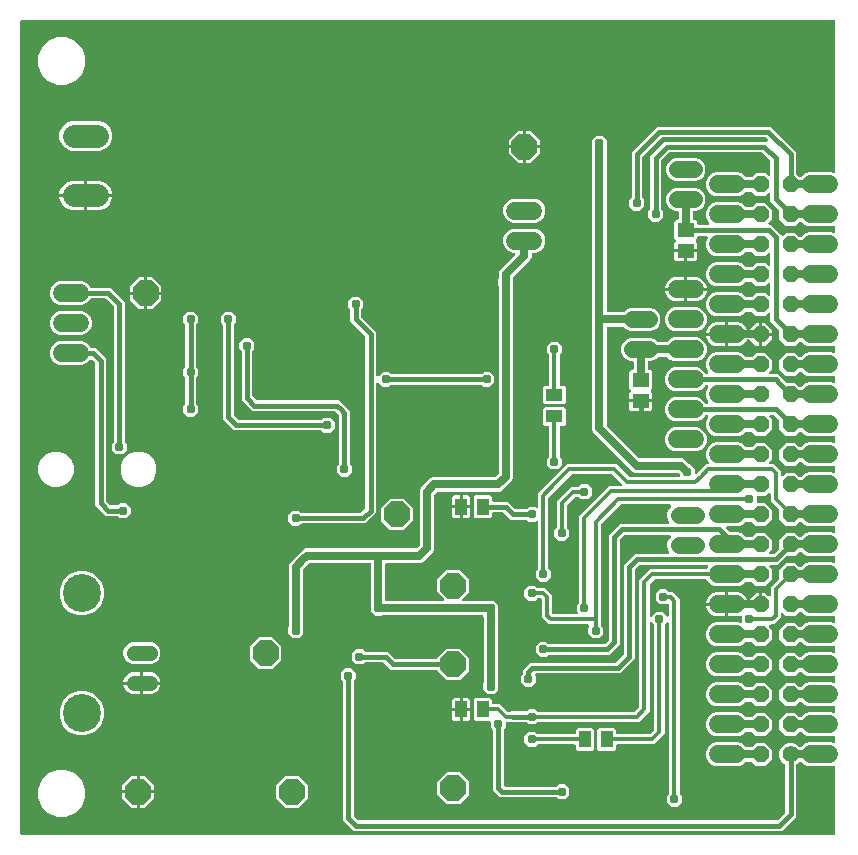
<source format=gbr>
G04 EAGLE Gerber RS-274X export*
G75*
%MOMM*%
%FSLAX34Y34*%
%LPD*%
%INBottom Copper*%
%IPPOS*%
%AMOC8*
5,1,8,0,0,1.08239X$1,22.5*%
G01*
G04 Define Apertures*
%ADD10C,1.422400*%
%ADD11P,1.53959X8X112.5*%
%ADD12C,1.422400*%
%ADD13C,1.524000*%
%ADD14C,1.308000*%
%ADD15C,3.216000*%
%ADD16P,2.33688X8X22.5*%
%ADD17C,1.981200*%
%ADD18R,1.465300X1.164600*%
%ADD19R,1.031200X1.420200*%
%ADD20R,1.420200X1.031200*%
%ADD21P,0.81872X8X22.5*%
%ADD22C,0.700000*%
%ADD23C,0.400000*%
%ADD24C,0.350000*%
G36*
X694145Y5181D02*
X693650Y5080D01*
X6350Y5080D01*
X5892Y5165D01*
X5466Y5438D01*
X5181Y5855D01*
X5080Y6350D01*
X5080Y693650D01*
X5165Y694108D01*
X5438Y694534D01*
X5855Y694819D01*
X6350Y694920D01*
X693650Y694920D01*
X694108Y694835D01*
X694534Y694562D01*
X694819Y694145D01*
X694920Y693650D01*
X694920Y566323D01*
X694838Y565875D01*
X694569Y565447D01*
X694155Y565158D01*
X693660Y565053D01*
X693164Y565150D01*
X691631Y565785D01*
X672349Y565785D01*
X668615Y564238D01*
X666414Y562037D01*
X666011Y561766D01*
X665516Y561665D01*
X665361Y561665D01*
X664884Y561758D01*
X664463Y562037D01*
X662137Y564363D01*
X661866Y564766D01*
X661765Y565261D01*
X661765Y582906D01*
X640056Y604615D01*
X544219Y604615D01*
X522510Y582906D01*
X522510Y544677D01*
X522417Y544200D01*
X522138Y543779D01*
X520728Y542369D01*
X520728Y537131D01*
X524431Y533428D01*
X529669Y533428D01*
X533372Y537131D01*
X533372Y542369D01*
X531962Y543779D01*
X531691Y544181D01*
X531590Y544677D01*
X531590Y578618D01*
X531683Y579095D01*
X531962Y579516D01*
X547609Y595163D01*
X548011Y595434D01*
X548507Y595535D01*
X635768Y595535D01*
X636245Y595442D01*
X636666Y595163D01*
X637746Y594083D01*
X638001Y593717D01*
X638118Y593225D01*
X638033Y592727D01*
X637761Y592301D01*
X637344Y592016D01*
X636848Y591915D01*
X550569Y591915D01*
X538385Y579731D01*
X538385Y535152D01*
X538292Y534675D01*
X538013Y534254D01*
X536603Y532844D01*
X536603Y527606D01*
X540306Y523903D01*
X545544Y523903D01*
X549247Y527606D01*
X549247Y532844D01*
X547837Y534254D01*
X547566Y534656D01*
X547465Y535152D01*
X547465Y575443D01*
X547558Y575920D01*
X547837Y576341D01*
X553959Y582463D01*
X554361Y582734D01*
X554857Y582835D01*
X632593Y582835D01*
X633070Y582742D01*
X633491Y582463D01*
X639613Y576341D01*
X639884Y575939D01*
X639985Y575443D01*
X639985Y564181D01*
X639907Y563742D01*
X639641Y563312D01*
X639229Y563020D01*
X638735Y562911D01*
X638238Y563004D01*
X637817Y563283D01*
X635823Y565277D01*
X627827Y565277D01*
X624587Y562037D01*
X624184Y561766D01*
X623689Y561665D01*
X619724Y561665D01*
X619248Y561758D01*
X618826Y562037D01*
X616625Y564238D01*
X612891Y565785D01*
X593609Y565785D01*
X589875Y564238D01*
X587017Y561380D01*
X585470Y557646D01*
X585470Y553604D01*
X587017Y549870D01*
X589875Y547012D01*
X593609Y545465D01*
X612891Y545465D01*
X616625Y547012D01*
X618826Y549213D01*
X619229Y549484D01*
X619724Y549585D01*
X623689Y549585D01*
X624166Y549492D01*
X624587Y549213D01*
X627827Y545973D01*
X635823Y545973D01*
X637817Y547967D01*
X638183Y548222D01*
X638675Y548338D01*
X639173Y548254D01*
X639599Y547981D01*
X639884Y547564D01*
X639985Y547069D01*
X639985Y541044D01*
X647201Y533828D01*
X647472Y533426D01*
X647573Y532930D01*
X647573Y526227D01*
X653227Y520573D01*
X661223Y520573D01*
X664463Y523813D01*
X664866Y524084D01*
X665361Y524185D01*
X665516Y524185D01*
X665992Y524092D01*
X666414Y523813D01*
X668615Y521612D01*
X672349Y520065D01*
X691631Y520065D01*
X693164Y520700D01*
X693610Y520796D01*
X694108Y520711D01*
X694534Y520439D01*
X694819Y520022D01*
X694920Y519527D01*
X694920Y515523D01*
X694838Y515075D01*
X694569Y514647D01*
X694155Y514358D01*
X693660Y514253D01*
X693164Y514350D01*
X691631Y514985D01*
X672349Y514985D01*
X668615Y513438D01*
X666414Y511237D01*
X666011Y510966D01*
X665516Y510865D01*
X665361Y510865D01*
X664884Y510958D01*
X664463Y511237D01*
X661223Y514477D01*
X653227Y514477D01*
X651233Y512483D01*
X650867Y512228D01*
X650375Y512112D01*
X649877Y512196D01*
X649451Y512469D01*
X649166Y512886D01*
X649148Y512973D01*
X640827Y521294D01*
X639610Y521294D01*
X639171Y521372D01*
X638741Y521638D01*
X638449Y522050D01*
X638340Y522544D01*
X638433Y523041D01*
X638712Y523462D01*
X641477Y526227D01*
X641477Y534223D01*
X635823Y539877D01*
X627827Y539877D01*
X624587Y536637D01*
X624184Y536366D01*
X623689Y536265D01*
X619724Y536265D01*
X619248Y536358D01*
X618826Y536637D01*
X616625Y538838D01*
X612891Y540385D01*
X593609Y540385D01*
X589875Y538838D01*
X587017Y535980D01*
X585470Y532246D01*
X585470Y528204D01*
X587017Y524470D01*
X588025Y523462D01*
X588280Y523096D01*
X588396Y522604D01*
X588311Y522106D01*
X588039Y521680D01*
X587622Y521395D01*
X587127Y521294D01*
X579462Y521294D01*
X579004Y521379D01*
X578578Y521652D01*
X578292Y522069D01*
X578192Y522564D01*
X578192Y523629D01*
X576704Y525117D01*
X575635Y525117D01*
X575177Y525202D01*
X574751Y525475D01*
X574466Y525892D01*
X574365Y526387D01*
X574365Y532003D01*
X574450Y532461D01*
X574723Y532887D01*
X575140Y533172D01*
X575635Y533273D01*
X577357Y533273D01*
X580904Y534742D01*
X583620Y537458D01*
X585089Y541005D01*
X585089Y544845D01*
X583620Y548392D01*
X580904Y551108D01*
X577357Y552577D01*
X559293Y552577D01*
X555746Y551108D01*
X553030Y548392D01*
X551561Y544845D01*
X551561Y541005D01*
X553030Y537458D01*
X555746Y534742D01*
X559293Y533273D01*
X561015Y533273D01*
X561473Y533188D01*
X561899Y532915D01*
X562184Y532498D01*
X562285Y532003D01*
X562285Y526387D01*
X562200Y525929D01*
X561927Y525503D01*
X561510Y525218D01*
X561015Y525117D01*
X559946Y525117D01*
X558459Y523629D01*
X558459Y509879D01*
X559439Y508898D01*
X559703Y508514D01*
X559811Y508020D01*
X559719Y507523D01*
X559439Y507102D01*
X558459Y506121D01*
X558459Y500516D01*
X578192Y500516D01*
X578192Y506121D01*
X577211Y507102D01*
X576947Y507486D01*
X576839Y507980D01*
X576932Y508477D01*
X577211Y508898D01*
X578192Y509879D01*
X578192Y510944D01*
X578277Y511402D01*
X578549Y511828D01*
X578966Y512113D01*
X579462Y512214D01*
X585793Y512214D01*
X586241Y512132D01*
X586669Y511863D01*
X586958Y511449D01*
X587063Y510954D01*
X586966Y510458D01*
X585470Y506846D01*
X585470Y502804D01*
X587017Y499070D01*
X589875Y496212D01*
X593609Y494665D01*
X612891Y494665D01*
X616625Y496212D01*
X618826Y498413D01*
X619229Y498684D01*
X619724Y498785D01*
X623689Y498785D01*
X624166Y498692D01*
X624587Y498413D01*
X627827Y495173D01*
X635823Y495173D01*
X637817Y497167D01*
X638183Y497422D01*
X638675Y497538D01*
X639173Y497454D01*
X639599Y497181D01*
X639884Y496764D01*
X639985Y496269D01*
X639985Y487981D01*
X639907Y487542D01*
X639641Y487112D01*
X639229Y486820D01*
X638735Y486711D01*
X638238Y486804D01*
X637817Y487083D01*
X635823Y489077D01*
X627827Y489077D01*
X624587Y485837D01*
X624184Y485566D01*
X623689Y485465D01*
X619724Y485465D01*
X619248Y485558D01*
X618826Y485837D01*
X616625Y488038D01*
X612891Y489585D01*
X593609Y489585D01*
X589875Y488038D01*
X587017Y485180D01*
X585470Y481446D01*
X585470Y477404D01*
X587017Y473670D01*
X589875Y470812D01*
X593609Y469265D01*
X612891Y469265D01*
X616625Y470812D01*
X618826Y473013D01*
X619229Y473284D01*
X619724Y473385D01*
X623689Y473385D01*
X624166Y473292D01*
X624587Y473013D01*
X627827Y469773D01*
X635823Y469773D01*
X637817Y471767D01*
X638183Y472022D01*
X638675Y472138D01*
X639173Y472054D01*
X639599Y471781D01*
X639884Y471364D01*
X639985Y470869D01*
X639985Y462581D01*
X639907Y462142D01*
X639641Y461712D01*
X639229Y461420D01*
X638735Y461311D01*
X638238Y461404D01*
X637817Y461683D01*
X635823Y463677D01*
X627827Y463677D01*
X624587Y460437D01*
X624184Y460166D01*
X623689Y460065D01*
X619724Y460065D01*
X619248Y460158D01*
X618826Y460437D01*
X616625Y462638D01*
X612891Y464185D01*
X593609Y464185D01*
X589875Y462638D01*
X587017Y459780D01*
X585470Y456046D01*
X585470Y452004D01*
X587017Y448270D01*
X589875Y445412D01*
X593609Y443865D01*
X612891Y443865D01*
X616625Y445412D01*
X618826Y447613D01*
X619229Y447884D01*
X619724Y447985D01*
X623689Y447985D01*
X624166Y447892D01*
X624587Y447613D01*
X627827Y444373D01*
X635823Y444373D01*
X637817Y446367D01*
X638183Y446622D01*
X638675Y446738D01*
X639173Y446654D01*
X639599Y446381D01*
X639884Y445964D01*
X639985Y445469D01*
X639985Y439444D01*
X647201Y432228D01*
X647472Y431826D01*
X647573Y431330D01*
X647573Y424627D01*
X653227Y418973D01*
X661223Y418973D01*
X664463Y422213D01*
X664866Y422484D01*
X665361Y422585D01*
X665516Y422585D01*
X665992Y422492D01*
X666414Y422213D01*
X668615Y420012D01*
X672349Y418465D01*
X691631Y418465D01*
X693164Y419100D01*
X693610Y419196D01*
X694108Y419111D01*
X694534Y418839D01*
X694819Y418422D01*
X694920Y417927D01*
X694920Y413923D01*
X694838Y413475D01*
X694569Y413047D01*
X694155Y412758D01*
X693660Y412653D01*
X693164Y412750D01*
X691631Y413385D01*
X672349Y413385D01*
X668615Y411838D01*
X666414Y409637D01*
X666011Y409366D01*
X665516Y409265D01*
X665361Y409265D01*
X664884Y409358D01*
X664463Y409637D01*
X661223Y412877D01*
X653227Y412877D01*
X647573Y407223D01*
X647573Y399227D01*
X653227Y393573D01*
X661223Y393573D01*
X664463Y396813D01*
X664866Y397084D01*
X665361Y397185D01*
X665516Y397185D01*
X665992Y397092D01*
X666414Y396813D01*
X668615Y394612D01*
X672349Y393065D01*
X691631Y393065D01*
X693164Y393700D01*
X693610Y393796D01*
X694108Y393711D01*
X694534Y393439D01*
X694819Y393022D01*
X694920Y392527D01*
X694920Y388523D01*
X694838Y388075D01*
X694569Y387647D01*
X694155Y387358D01*
X693660Y387253D01*
X693164Y387350D01*
X691631Y387985D01*
X672349Y387985D01*
X668615Y386438D01*
X666414Y384237D01*
X666011Y383966D01*
X665516Y383865D01*
X665361Y383865D01*
X664884Y383958D01*
X664463Y384237D01*
X661223Y387477D01*
X654520Y387477D01*
X654043Y387570D01*
X653622Y387849D01*
X646406Y395065D01*
X640381Y395065D01*
X639942Y395143D01*
X639512Y395409D01*
X639220Y395821D01*
X639111Y396315D01*
X639204Y396812D01*
X639483Y397233D01*
X641477Y399227D01*
X641477Y407223D01*
X635823Y412877D01*
X627827Y412877D01*
X624587Y409637D01*
X624184Y409366D01*
X623689Y409265D01*
X619724Y409265D01*
X619248Y409358D01*
X618826Y409637D01*
X616625Y411838D01*
X612891Y413385D01*
X593609Y413385D01*
X589875Y411838D01*
X587017Y408980D01*
X585470Y405246D01*
X585470Y401204D01*
X587017Y397470D01*
X587254Y397233D01*
X587509Y396867D01*
X587625Y396375D01*
X587540Y395877D01*
X587268Y395451D01*
X586851Y395166D01*
X586356Y395065D01*
X585910Y395065D01*
X585443Y395154D01*
X585019Y395430D01*
X584737Y395849D01*
X584558Y396280D01*
X581700Y399138D01*
X577966Y400685D01*
X558684Y400685D01*
X554950Y399138D01*
X552092Y396280D01*
X550545Y392546D01*
X550545Y388504D01*
X552092Y384770D01*
X554950Y381912D01*
X558684Y380365D01*
X577966Y380365D01*
X581700Y381912D01*
X584558Y384770D01*
X584737Y385201D01*
X584998Y385599D01*
X585415Y385884D01*
X585910Y385985D01*
X586356Y385985D01*
X586794Y385907D01*
X587225Y385641D01*
X587517Y385229D01*
X587625Y384735D01*
X587533Y384238D01*
X587254Y383817D01*
X587017Y383580D01*
X585470Y379846D01*
X585470Y375804D01*
X587017Y372070D01*
X587254Y371833D01*
X587509Y371467D01*
X587625Y370975D01*
X587540Y370477D01*
X587268Y370051D01*
X586851Y369766D01*
X586356Y369665D01*
X585910Y369665D01*
X585443Y369754D01*
X585019Y370030D01*
X584737Y370449D01*
X584558Y370880D01*
X581700Y373738D01*
X577966Y375285D01*
X558684Y375285D01*
X554950Y373738D01*
X552092Y370880D01*
X550545Y367146D01*
X550545Y363104D01*
X552092Y359370D01*
X554950Y356512D01*
X558684Y354965D01*
X577966Y354965D01*
X581700Y356512D01*
X584558Y359370D01*
X584737Y359801D01*
X584998Y360199D01*
X585415Y360484D01*
X585910Y360585D01*
X586356Y360585D01*
X586794Y360507D01*
X587225Y360241D01*
X587517Y359829D01*
X587625Y359335D01*
X587533Y358838D01*
X587254Y358417D01*
X587017Y358180D01*
X585470Y354446D01*
X585470Y350404D01*
X587017Y346670D01*
X589875Y343812D01*
X593609Y342265D01*
X612891Y342265D01*
X616625Y343812D01*
X618826Y346013D01*
X619229Y346284D01*
X619724Y346385D01*
X623689Y346385D01*
X624166Y346292D01*
X624587Y346013D01*
X627827Y342773D01*
X635823Y342773D01*
X641477Y348427D01*
X641477Y356423D01*
X639483Y358417D01*
X639228Y358783D01*
X639112Y359275D01*
X639196Y359773D01*
X639469Y360199D01*
X639886Y360484D01*
X640381Y360585D01*
X642118Y360585D01*
X642595Y360492D01*
X643016Y360213D01*
X647201Y356028D01*
X647472Y355626D01*
X647573Y355130D01*
X647573Y348427D01*
X653227Y342773D01*
X661223Y342773D01*
X664463Y346013D01*
X664866Y346284D01*
X665361Y346385D01*
X665516Y346385D01*
X665992Y346292D01*
X666414Y346013D01*
X668615Y343812D01*
X672349Y342265D01*
X691631Y342265D01*
X693164Y342900D01*
X693610Y342996D01*
X694108Y342911D01*
X694534Y342639D01*
X694819Y342222D01*
X694920Y341727D01*
X694920Y337723D01*
X694838Y337275D01*
X694569Y336847D01*
X694155Y336558D01*
X693660Y336453D01*
X693164Y336550D01*
X691631Y337185D01*
X672349Y337185D01*
X668615Y335638D01*
X666414Y333437D01*
X666011Y333166D01*
X665516Y333065D01*
X665361Y333065D01*
X664884Y333158D01*
X664463Y333437D01*
X661223Y336677D01*
X653227Y336677D01*
X647573Y331023D01*
X647573Y323027D01*
X653227Y317373D01*
X661223Y317373D01*
X664463Y320613D01*
X664866Y320884D01*
X665361Y320985D01*
X665516Y320985D01*
X665992Y320892D01*
X666414Y320613D01*
X668615Y318412D01*
X672349Y316865D01*
X691631Y316865D01*
X693164Y317500D01*
X693610Y317596D01*
X694108Y317511D01*
X694534Y317239D01*
X694819Y316822D01*
X694920Y316327D01*
X694920Y312323D01*
X694838Y311875D01*
X694569Y311447D01*
X694155Y311158D01*
X693660Y311053D01*
X693164Y311150D01*
X691631Y311785D01*
X672349Y311785D01*
X668615Y310238D01*
X666414Y308037D01*
X666011Y307766D01*
X665516Y307665D01*
X665361Y307665D01*
X664884Y307758D01*
X664463Y308037D01*
X661223Y311277D01*
X653227Y311277D01*
X650983Y309033D01*
X650617Y308778D01*
X650125Y308662D01*
X649627Y308746D01*
X649201Y309019D01*
X648916Y309436D01*
X648815Y309931D01*
X648815Y312927D01*
X643127Y318615D01*
X640131Y318615D01*
X639692Y318693D01*
X639262Y318959D01*
X638970Y319371D01*
X638861Y319865D01*
X638954Y320362D01*
X639233Y320783D01*
X641477Y323027D01*
X641477Y331023D01*
X635823Y336677D01*
X627827Y336677D01*
X624587Y333437D01*
X624184Y333166D01*
X623689Y333065D01*
X619724Y333065D01*
X619248Y333158D01*
X618826Y333437D01*
X616625Y335638D01*
X612891Y337185D01*
X593609Y337185D01*
X589875Y335638D01*
X587017Y332780D01*
X585470Y329046D01*
X585470Y325004D01*
X587017Y321270D01*
X587504Y320783D01*
X587759Y320417D01*
X587875Y319925D01*
X587790Y319427D01*
X587518Y319001D01*
X587101Y318716D01*
X586606Y318615D01*
X585598Y318615D01*
X578085Y311102D01*
X577719Y310847D01*
X577227Y310731D01*
X576729Y310815D01*
X576303Y311088D01*
X576018Y311505D01*
X575917Y312000D01*
X575917Y315039D01*
X572183Y318773D01*
X571864Y318835D01*
X571443Y319114D01*
X567936Y322621D01*
X565717Y323540D01*
X530078Y323540D01*
X529601Y323633D01*
X529180Y323912D01*
X501712Y351380D01*
X501441Y351783D01*
X501340Y352278D01*
X501340Y434015D01*
X501425Y434473D01*
X501698Y434899D01*
X502115Y435184D01*
X502610Y435285D01*
X514977Y435285D01*
X515454Y435192D01*
X515875Y434913D01*
X517646Y433142D01*
X521193Y431673D01*
X539257Y431673D01*
X542804Y433142D01*
X545520Y435858D01*
X546989Y439405D01*
X546989Y443245D01*
X545520Y446792D01*
X542804Y449508D01*
X539257Y450977D01*
X521193Y450977D01*
X517646Y449508D01*
X515875Y447737D01*
X515472Y447466D01*
X514977Y447365D01*
X502610Y447365D01*
X502152Y447450D01*
X501726Y447723D01*
X501441Y448140D01*
X501340Y448635D01*
X501340Y587123D01*
X501433Y587600D01*
X501622Y587886D01*
X501622Y593169D01*
X497919Y596872D01*
X492681Y596872D01*
X488978Y593169D01*
X488978Y587888D01*
X489159Y587619D01*
X489260Y587123D01*
X489260Y348049D01*
X490180Y345829D01*
X523629Y312380D01*
X525849Y311460D01*
X561487Y311460D01*
X561964Y311367D01*
X562385Y311088D01*
X562901Y310572D01*
X563172Y310169D01*
X563260Y309739D01*
X563341Y309622D01*
X563458Y309130D01*
X563373Y308632D01*
X563101Y308206D01*
X562684Y307921D01*
X562188Y307820D01*
X521098Y307820D01*
X520621Y307913D01*
X520200Y308192D01*
X509777Y318615D01*
X468123Y318615D01*
X443385Y293877D01*
X443385Y282997D01*
X443307Y282558D01*
X443041Y282128D01*
X442629Y281835D01*
X442135Y281727D01*
X441638Y281820D01*
X441217Y282099D01*
X440769Y282547D01*
X435531Y282547D01*
X434121Y281137D01*
X433719Y280866D01*
X433223Y280765D01*
X424682Y280765D01*
X424205Y280858D01*
X423784Y281137D01*
X417806Y287115D01*
X405511Y287115D01*
X405053Y287200D01*
X404627Y287473D01*
X404342Y287890D01*
X404241Y288385D01*
X404241Y290728D01*
X402753Y292216D01*
X390337Y292216D01*
X388849Y290728D01*
X388849Y274422D01*
X390337Y272934D01*
X402753Y272934D01*
X404241Y274422D01*
X404241Y276765D01*
X404326Y277223D01*
X404599Y277649D01*
X405016Y277934D01*
X405511Y278035D01*
X413518Y278035D01*
X413995Y277942D01*
X414416Y277663D01*
X420394Y271685D01*
X433223Y271685D01*
X433700Y271592D01*
X434121Y271313D01*
X435531Y269903D01*
X440769Y269903D01*
X441217Y270351D01*
X441583Y270606D01*
X442075Y270723D01*
X442573Y270638D01*
X442999Y270366D01*
X443284Y269949D01*
X443385Y269453D01*
X443385Y230602D01*
X443292Y230125D01*
X443013Y229704D01*
X441353Y228044D01*
X441353Y222806D01*
X445056Y219103D01*
X450294Y219103D01*
X453997Y222806D01*
X453997Y228044D01*
X452337Y229704D01*
X452066Y230106D01*
X451965Y230602D01*
X451965Y289797D01*
X452058Y290274D01*
X452337Y290695D01*
X471305Y309663D01*
X471708Y309934D01*
X472203Y310035D01*
X505697Y310035D01*
X506174Y309942D01*
X506595Y309663D01*
X513890Y302368D01*
X514145Y302002D01*
X514261Y301510D01*
X514177Y301012D01*
X513904Y300586D01*
X513487Y300301D01*
X512992Y300200D01*
X503683Y300200D01*
X478310Y274827D01*
X478310Y202027D01*
X478217Y201550D01*
X477938Y201129D01*
X476278Y199469D01*
X476278Y194231D01*
X476726Y193783D01*
X476981Y193417D01*
X477098Y192925D01*
X477013Y192427D01*
X476741Y192001D01*
X476324Y191716D01*
X475828Y191615D01*
X456410Y191615D01*
X455952Y191700D01*
X455526Y191973D01*
X455241Y192390D01*
X455140Y192885D01*
X455140Y208152D01*
X449452Y213840D01*
X443327Y213840D01*
X442850Y213933D01*
X442429Y214212D01*
X440769Y215872D01*
X435531Y215872D01*
X431828Y212169D01*
X431828Y206931D01*
X435531Y203228D01*
X440769Y203228D01*
X442429Y204888D01*
X442831Y205159D01*
X443327Y205260D01*
X445290Y205260D01*
X445748Y205175D01*
X446174Y204902D01*
X446459Y204485D01*
X446560Y203990D01*
X446560Y188723D01*
X452248Y183035D01*
X485353Y183035D01*
X485792Y182957D01*
X486222Y182691D01*
X486515Y182279D01*
X486623Y181785D01*
X486530Y181288D01*
X486251Y180867D01*
X485803Y180419D01*
X485803Y175181D01*
X489506Y171478D01*
X494744Y171478D01*
X498447Y175181D01*
X498447Y180419D01*
X496787Y182079D01*
X496516Y182481D01*
X496415Y182977D01*
X496415Y267572D01*
X496508Y268049D01*
X496787Y268470D01*
X512580Y284263D01*
X512983Y284534D01*
X513478Y284635D01*
X554812Y284635D01*
X555251Y284557D01*
X555681Y284291D01*
X555973Y283879D01*
X556082Y283385D01*
X555989Y282888D01*
X555710Y282467D01*
X554300Y281057D01*
X552831Y277510D01*
X552831Y273670D01*
X554349Y270005D01*
X554445Y269867D01*
X554561Y269375D01*
X554477Y268877D01*
X554204Y268451D01*
X553787Y268166D01*
X553292Y268065D01*
X512469Y268065D01*
X503460Y259056D01*
X503460Y170682D01*
X503367Y170205D01*
X503088Y169784D01*
X500141Y166837D01*
X499739Y166566D01*
X499243Y166465D01*
X452602Y166465D01*
X452125Y166558D01*
X451704Y166837D01*
X450294Y168247D01*
X445056Y168247D01*
X441353Y164544D01*
X441353Y159306D01*
X445056Y155603D01*
X450294Y155603D01*
X451704Y157013D01*
X452106Y157284D01*
X452602Y157385D01*
X503531Y157385D01*
X512540Y166394D01*
X512540Y254768D01*
X512633Y255245D01*
X512912Y255666D01*
X515859Y258613D01*
X516261Y258884D01*
X516757Y258985D01*
X554562Y258985D01*
X555001Y258907D01*
X555431Y258641D01*
X555723Y258229D01*
X555832Y257735D01*
X555739Y257238D01*
X555460Y256817D01*
X554300Y255657D01*
X552831Y252110D01*
X552831Y248270D01*
X554349Y244605D01*
X554445Y244467D01*
X554561Y243975D01*
X554477Y243477D01*
X554204Y243051D01*
X553787Y242766D01*
X553292Y242665D01*
X525169Y242665D01*
X516160Y233656D01*
X516160Y157982D01*
X516067Y157505D01*
X515788Y157084D01*
X509666Y150962D01*
X509264Y150691D01*
X508768Y150590D01*
X436269Y150590D01*
X430435Y144756D01*
X430435Y141452D01*
X430342Y140975D01*
X430063Y140554D01*
X428653Y139144D01*
X428653Y133906D01*
X432356Y130203D01*
X437594Y130203D01*
X441297Y133906D01*
X441297Y139144D01*
X441099Y139342D01*
X440844Y139708D01*
X440727Y140200D01*
X440812Y140698D01*
X441084Y141124D01*
X441501Y141409D01*
X441997Y141510D01*
X513056Y141510D01*
X525240Y153694D01*
X525240Y229368D01*
X525333Y229845D01*
X525612Y230266D01*
X528559Y233213D01*
X528961Y233484D01*
X529457Y233585D01*
X586356Y233585D01*
X586794Y233507D01*
X587225Y233241D01*
X587517Y232829D01*
X587625Y232335D01*
X587533Y231838D01*
X587254Y231417D01*
X587017Y231180D01*
X586735Y230499D01*
X586474Y230101D01*
X586057Y229816D01*
X585561Y229715D01*
X537973Y229715D01*
X529110Y220852D01*
X529110Y113428D01*
X529017Y112951D01*
X528738Y112530D01*
X525684Y109476D01*
X525281Y109205D01*
X524786Y109104D01*
X443327Y109104D01*
X442850Y109197D01*
X442429Y109476D01*
X440769Y111136D01*
X435531Y111136D01*
X434121Y109726D01*
X433719Y109455D01*
X433223Y109354D01*
X420335Y109354D01*
X420114Y109205D01*
X419618Y109104D01*
X418189Y109104D01*
X417712Y109197D01*
X417291Y109476D01*
X411352Y115415D01*
X405511Y115415D01*
X405053Y115500D01*
X404627Y115773D01*
X404342Y116190D01*
X404241Y116685D01*
X404241Y119278D01*
X402753Y120766D01*
X390337Y120766D01*
X388849Y119278D01*
X388849Y102972D01*
X390337Y101484D01*
X401983Y101484D01*
X402441Y101399D01*
X402867Y101126D01*
X403152Y100709D01*
X403253Y100214D01*
X403253Y95806D01*
X404663Y94396D01*
X404934Y93994D01*
X405035Y93498D01*
X405035Y42569D01*
X410869Y36735D01*
X458623Y36735D01*
X459100Y36642D01*
X459521Y36363D01*
X460931Y34953D01*
X466169Y34953D01*
X469872Y38656D01*
X469872Y43894D01*
X466169Y47597D01*
X460931Y47597D01*
X459521Y46187D01*
X459119Y45916D01*
X458623Y45815D01*
X415385Y45815D01*
X414927Y45900D01*
X414501Y46173D01*
X414216Y46590D01*
X414115Y47085D01*
X414115Y93498D01*
X414208Y93975D01*
X414487Y94396D01*
X415897Y95806D01*
X415897Y99254D01*
X415982Y99712D01*
X416255Y100138D01*
X416672Y100423D01*
X417167Y100524D01*
X419618Y100524D01*
X420095Y100431D01*
X420332Y100274D01*
X433223Y100274D01*
X433700Y100181D01*
X434121Y99902D01*
X435531Y98492D01*
X440769Y98492D01*
X442429Y100152D01*
X442831Y100423D01*
X443327Y100524D01*
X528866Y100524D01*
X537690Y109348D01*
X537690Y183728D01*
X537768Y184167D01*
X538034Y184597D01*
X538446Y184890D01*
X538940Y184998D01*
X539437Y184905D01*
X539858Y184626D01*
X541438Y183046D01*
X541709Y182644D01*
X541810Y182148D01*
X541810Y94378D01*
X541717Y93901D01*
X541438Y93480D01*
X538345Y90387D01*
X537942Y90116D01*
X537447Y90015D01*
X510286Y90015D01*
X509828Y90100D01*
X509402Y90373D01*
X509117Y90790D01*
X509016Y91285D01*
X509016Y93878D01*
X507528Y95366D01*
X495112Y95366D01*
X493624Y93878D01*
X493624Y77572D01*
X495112Y76084D01*
X507528Y76084D01*
X509016Y77572D01*
X509016Y80165D01*
X509101Y80623D01*
X509374Y81049D01*
X509791Y81334D01*
X510286Y81435D01*
X541527Y81435D01*
X550390Y90298D01*
X550390Y182148D01*
X550483Y182625D01*
X550762Y183046D01*
X552342Y184626D01*
X552708Y184881D01*
X553200Y184998D01*
X553698Y184913D01*
X554124Y184641D01*
X554409Y184224D01*
X554510Y183728D01*
X554510Y40102D01*
X554417Y39625D01*
X554138Y39204D01*
X552478Y37544D01*
X552478Y32306D01*
X556181Y28603D01*
X561419Y28603D01*
X565122Y32306D01*
X565122Y37544D01*
X563462Y39204D01*
X563191Y39606D01*
X563090Y40102D01*
X563090Y204977D01*
X557402Y210665D01*
X554452Y210665D01*
X553975Y210758D01*
X553554Y211037D01*
X551894Y212697D01*
X546656Y212697D01*
X542953Y208994D01*
X542953Y203756D01*
X546656Y200053D01*
X551894Y200053D01*
X552342Y200501D01*
X552708Y200756D01*
X553200Y200873D01*
X553698Y200788D01*
X554124Y200516D01*
X554409Y200099D01*
X554510Y199603D01*
X554510Y190922D01*
X554432Y190483D01*
X554166Y190053D01*
X553754Y189760D01*
X553260Y189652D01*
X552763Y189745D01*
X552342Y190024D01*
X548719Y193647D01*
X543481Y193647D01*
X539858Y190024D01*
X539492Y189769D01*
X539000Y189652D01*
X538502Y189737D01*
X538076Y190009D01*
X537791Y190426D01*
X537690Y190922D01*
X537690Y216772D01*
X537783Y217249D01*
X538062Y217670D01*
X541155Y220763D01*
X541558Y221034D01*
X542053Y221135D01*
X585561Y221135D01*
X586029Y221046D01*
X586452Y220770D01*
X586735Y220351D01*
X587017Y219670D01*
X589875Y216812D01*
X593609Y215265D01*
X612891Y215265D01*
X616625Y216812D01*
X618826Y219013D01*
X619229Y219284D01*
X619724Y219385D01*
X623689Y219385D01*
X624166Y219292D01*
X624587Y219013D01*
X627827Y215773D01*
X635823Y215773D01*
X641477Y221427D01*
X641477Y229423D01*
X639483Y231417D01*
X639228Y231783D01*
X639112Y232275D01*
X639196Y232773D01*
X639469Y233199D01*
X639886Y233484D01*
X640381Y233585D01*
X646406Y233585D01*
X653622Y240801D01*
X654024Y241072D01*
X654520Y241173D01*
X661223Y241173D01*
X664463Y244413D01*
X664866Y244684D01*
X665361Y244785D01*
X665516Y244785D01*
X665992Y244692D01*
X666414Y244413D01*
X668615Y242212D01*
X672349Y240665D01*
X691631Y240665D01*
X693164Y241300D01*
X693610Y241396D01*
X694108Y241311D01*
X694534Y241039D01*
X694819Y240622D01*
X694920Y240127D01*
X694920Y236123D01*
X694838Y235675D01*
X694569Y235247D01*
X694155Y234958D01*
X693660Y234853D01*
X693164Y234950D01*
X691631Y235585D01*
X672349Y235585D01*
X668615Y234038D01*
X666414Y231837D01*
X666011Y231566D01*
X665516Y231465D01*
X665361Y231465D01*
X664884Y231558D01*
X664463Y231837D01*
X661223Y235077D01*
X653227Y235077D01*
X647573Y229423D01*
X647573Y222366D01*
X647480Y221889D01*
X647201Y221468D01*
X640235Y214502D01*
X640235Y208331D01*
X640157Y207892D01*
X639891Y207462D01*
X639479Y207170D01*
X638985Y207061D01*
X638488Y207154D01*
X638067Y207433D01*
X635823Y209677D01*
X633095Y209677D01*
X633095Y198755D01*
X630555Y198755D01*
X630555Y209677D01*
X627827Y209677D01*
X622130Y203980D01*
X621755Y203721D01*
X621262Y203608D01*
X620764Y203697D01*
X620341Y203973D01*
X620058Y204392D01*
X619483Y205780D01*
X616625Y208638D01*
X612891Y210185D01*
X604520Y210185D01*
X604520Y189865D01*
X612891Y189865D01*
X614222Y190416D01*
X614668Y190512D01*
X615166Y190428D01*
X615592Y190155D01*
X615877Y189738D01*
X615978Y189243D01*
X615978Y185407D01*
X615896Y184959D01*
X615627Y184531D01*
X615213Y184242D01*
X614718Y184137D01*
X614222Y184234D01*
X612891Y184785D01*
X593609Y184785D01*
X589875Y183238D01*
X587017Y180380D01*
X585470Y176646D01*
X585470Y172604D01*
X587017Y168870D01*
X589875Y166012D01*
X593609Y164465D01*
X612891Y164465D01*
X616625Y166012D01*
X618826Y168213D01*
X619229Y168484D01*
X619724Y168585D01*
X623689Y168585D01*
X624166Y168492D01*
X624587Y168213D01*
X627827Y164973D01*
X635823Y164973D01*
X641477Y170627D01*
X641477Y178623D01*
X639233Y180867D01*
X638978Y181233D01*
X638862Y181725D01*
X638946Y182223D01*
X639219Y182649D01*
X639636Y182934D01*
X640131Y183035D01*
X643127Y183035D01*
X648815Y188723D01*
X648815Y191719D01*
X648893Y192158D01*
X649159Y192588D01*
X649571Y192880D01*
X650065Y192989D01*
X650562Y192896D01*
X650983Y192617D01*
X653227Y190373D01*
X661223Y190373D01*
X664463Y193613D01*
X664866Y193884D01*
X665361Y193985D01*
X665516Y193985D01*
X665992Y193892D01*
X666414Y193613D01*
X668615Y191412D01*
X672349Y189865D01*
X691631Y189865D01*
X693164Y190500D01*
X693610Y190596D01*
X694108Y190511D01*
X694534Y190239D01*
X694819Y189822D01*
X694920Y189327D01*
X694920Y185323D01*
X694838Y184875D01*
X694569Y184447D01*
X694155Y184158D01*
X693660Y184053D01*
X693164Y184150D01*
X691631Y184785D01*
X672349Y184785D01*
X668615Y183238D01*
X666414Y181037D01*
X666011Y180766D01*
X665516Y180665D01*
X665361Y180665D01*
X664884Y180758D01*
X664463Y181037D01*
X661223Y184277D01*
X653227Y184277D01*
X647573Y178623D01*
X647573Y170627D01*
X653227Y164973D01*
X661223Y164973D01*
X664463Y168213D01*
X664866Y168484D01*
X665361Y168585D01*
X665516Y168585D01*
X665992Y168492D01*
X666414Y168213D01*
X668615Y166012D01*
X672349Y164465D01*
X691631Y164465D01*
X693164Y165100D01*
X693610Y165196D01*
X694108Y165111D01*
X694534Y164839D01*
X694819Y164422D01*
X694920Y163927D01*
X694920Y159923D01*
X694838Y159475D01*
X694569Y159047D01*
X694155Y158758D01*
X693660Y158653D01*
X693164Y158750D01*
X691631Y159385D01*
X672349Y159385D01*
X668615Y157838D01*
X666414Y155637D01*
X666011Y155366D01*
X665516Y155265D01*
X665361Y155265D01*
X664884Y155358D01*
X664463Y155637D01*
X661223Y158877D01*
X653227Y158877D01*
X647573Y153223D01*
X647573Y145227D01*
X653227Y139573D01*
X661223Y139573D01*
X664463Y142813D01*
X664866Y143084D01*
X665361Y143185D01*
X665516Y143185D01*
X665992Y143092D01*
X666414Y142813D01*
X668615Y140612D01*
X672349Y139065D01*
X691631Y139065D01*
X693164Y139700D01*
X693610Y139796D01*
X694108Y139711D01*
X694534Y139439D01*
X694819Y139022D01*
X694920Y138527D01*
X694920Y134523D01*
X694838Y134075D01*
X694569Y133647D01*
X694155Y133358D01*
X693660Y133253D01*
X693164Y133350D01*
X691631Y133985D01*
X672349Y133985D01*
X668615Y132438D01*
X666414Y130237D01*
X666011Y129966D01*
X665516Y129865D01*
X665361Y129865D01*
X664884Y129958D01*
X664463Y130237D01*
X661223Y133477D01*
X653227Y133477D01*
X647573Y127823D01*
X647573Y119827D01*
X653227Y114173D01*
X661223Y114173D01*
X664463Y117413D01*
X664866Y117684D01*
X665361Y117785D01*
X665516Y117785D01*
X665992Y117692D01*
X666414Y117413D01*
X668615Y115212D01*
X672349Y113665D01*
X691631Y113665D01*
X693164Y114300D01*
X693610Y114396D01*
X694108Y114311D01*
X694534Y114039D01*
X694819Y113622D01*
X694920Y113127D01*
X694920Y109123D01*
X694838Y108675D01*
X694569Y108247D01*
X694155Y107958D01*
X693660Y107853D01*
X693164Y107950D01*
X691631Y108585D01*
X672349Y108585D01*
X668615Y107038D01*
X666414Y104837D01*
X666011Y104566D01*
X665516Y104465D01*
X665361Y104465D01*
X664884Y104558D01*
X664463Y104837D01*
X661223Y108077D01*
X653227Y108077D01*
X647573Y102423D01*
X647573Y94427D01*
X653227Y88773D01*
X661223Y88773D01*
X664463Y92013D01*
X664866Y92284D01*
X665361Y92385D01*
X665516Y92385D01*
X665992Y92292D01*
X666414Y92013D01*
X668615Y89812D01*
X672349Y88265D01*
X691631Y88265D01*
X693164Y88900D01*
X693610Y88996D01*
X694108Y88911D01*
X694534Y88639D01*
X694819Y88222D01*
X694920Y87727D01*
X694920Y83723D01*
X694838Y83275D01*
X694569Y82847D01*
X694155Y82558D01*
X693660Y82453D01*
X693164Y82550D01*
X691631Y83185D01*
X672349Y83185D01*
X668615Y81638D01*
X666414Y79437D01*
X666011Y79166D01*
X665516Y79065D01*
X665361Y79065D01*
X664884Y79158D01*
X664463Y79437D01*
X662692Y81208D01*
X659145Y82677D01*
X655305Y82677D01*
X651758Y81208D01*
X649042Y78492D01*
X647573Y74945D01*
X647573Y71105D01*
X649042Y67558D01*
X651758Y64842D01*
X651901Y64783D01*
X652299Y64522D01*
X652584Y64105D01*
X652685Y63610D01*
X652685Y24632D01*
X652592Y24155D01*
X652313Y23734D01*
X646191Y17612D01*
X645789Y17341D01*
X645293Y17240D01*
X291332Y17240D01*
X290855Y17333D01*
X290434Y17612D01*
X287487Y20559D01*
X287216Y20961D01*
X287115Y21457D01*
X287115Y134773D01*
X287208Y135250D01*
X287487Y135671D01*
X288897Y137081D01*
X288897Y142319D01*
X285194Y146022D01*
X279956Y146022D01*
X276253Y142319D01*
X276253Y137081D01*
X277663Y135671D01*
X277934Y135269D01*
X278035Y134773D01*
X278035Y17169D01*
X287044Y8160D01*
X649581Y8160D01*
X661765Y20344D01*
X661765Y63610D01*
X661854Y64077D01*
X662130Y64501D01*
X662549Y64783D01*
X662692Y64842D01*
X664463Y66613D01*
X664866Y66884D01*
X665361Y66985D01*
X665516Y66985D01*
X665992Y66892D01*
X666414Y66613D01*
X668615Y64412D01*
X672349Y62865D01*
X691631Y62865D01*
X693164Y63500D01*
X693610Y63596D01*
X694108Y63511D01*
X694534Y63239D01*
X694819Y62822D01*
X694920Y62327D01*
X694920Y6350D01*
X694835Y5892D01*
X694562Y5466D01*
X694145Y5181D01*
G37*
%LPC*%
G36*
X36006Y639920D02*
X43994Y639920D01*
X51374Y642977D01*
X57023Y648626D01*
X60080Y656006D01*
X60080Y663994D01*
X57023Y671374D01*
X51374Y677023D01*
X43994Y680080D01*
X36006Y680080D01*
X28626Y677023D01*
X22977Y671374D01*
X19920Y663994D01*
X19920Y656006D01*
X22977Y648626D01*
X28626Y642977D01*
X36006Y639920D01*
G37*
G36*
X47943Y584200D02*
X72707Y584200D01*
X77281Y586095D01*
X80782Y589596D01*
X82677Y594170D01*
X82677Y599122D01*
X80782Y603696D01*
X77281Y607197D01*
X72707Y609092D01*
X47943Y609092D01*
X43369Y607197D01*
X39868Y603696D01*
X37973Y599122D01*
X37973Y594170D01*
X39868Y589596D01*
X43369Y586095D01*
X47943Y584200D01*
G37*
G36*
X418465Y588645D02*
X430530Y588645D01*
X430530Y600710D01*
X426277Y600710D01*
X418465Y592899D01*
X418465Y588645D01*
G37*
G36*
X433070Y588645D02*
X445135Y588645D01*
X445135Y592899D01*
X437324Y600710D01*
X433070Y600710D01*
X433070Y588645D01*
G37*
G36*
X426277Y574040D02*
X430530Y574040D01*
X430530Y586105D01*
X418465Y586105D01*
X418465Y581852D01*
X426277Y574040D01*
G37*
G36*
X433070Y574040D02*
X437324Y574040D01*
X445135Y581852D01*
X445135Y586105D01*
X433070Y586105D01*
X433070Y574040D01*
G37*
G36*
X559293Y558673D02*
X577357Y558673D01*
X580904Y560142D01*
X583620Y562858D01*
X585089Y566405D01*
X585089Y570245D01*
X583620Y573792D01*
X580904Y576508D01*
X577357Y577977D01*
X559293Y577977D01*
X555746Y576508D01*
X553030Y573792D01*
X551561Y570245D01*
X551561Y566405D01*
X553030Y562858D01*
X555746Y560142D01*
X559293Y558673D01*
G37*
G36*
X61595Y547624D02*
X82677Y547624D01*
X82677Y548830D01*
X80782Y553404D01*
X77281Y556905D01*
X72707Y558800D01*
X61595Y558800D01*
X61595Y547624D01*
G37*
G36*
X37973Y547624D02*
X59055Y547624D01*
X59055Y558800D01*
X47943Y558800D01*
X43369Y556905D01*
X39868Y553404D01*
X37973Y548830D01*
X37973Y547624D01*
G37*
G36*
X47943Y533908D02*
X59055Y533908D01*
X59055Y545084D01*
X37973Y545084D01*
X37973Y543878D01*
X39868Y539304D01*
X43369Y535803D01*
X47943Y533908D01*
G37*
G36*
X61595Y533908D02*
X72707Y533908D01*
X77281Y535803D01*
X80782Y539304D01*
X82677Y543878D01*
X82677Y545084D01*
X61595Y545084D01*
X61595Y533908D01*
G37*
G36*
X422159Y523240D02*
X441441Y523240D01*
X445175Y524787D01*
X448033Y527645D01*
X449580Y531379D01*
X449580Y535421D01*
X448033Y539155D01*
X445175Y542013D01*
X441441Y543560D01*
X422159Y543560D01*
X418425Y542013D01*
X415567Y539155D01*
X414020Y535421D01*
X414020Y531379D01*
X415567Y527645D01*
X418425Y524787D01*
X422159Y523240D01*
G37*
G36*
X400606Y123853D02*
X405844Y123853D01*
X409547Y127556D01*
X409547Y132837D01*
X409366Y133106D01*
X409265Y133602D01*
X409265Y193423D01*
X409358Y193900D01*
X409547Y194186D01*
X409547Y199469D01*
X405844Y203172D01*
X400563Y203172D01*
X400294Y202991D01*
X399798Y202890D01*
X380390Y202890D01*
X379951Y202968D01*
X379521Y203234D01*
X379228Y203646D01*
X379120Y204140D01*
X379212Y204637D01*
X379492Y205058D01*
X384810Y210377D01*
X384810Y221424D01*
X376999Y229235D01*
X365952Y229235D01*
X358140Y221424D01*
X358140Y210377D01*
X363458Y205058D01*
X363713Y204692D01*
X363830Y204200D01*
X363745Y203702D01*
X363473Y203276D01*
X363056Y202991D01*
X362560Y202890D01*
X315285Y202890D01*
X314827Y202975D01*
X314401Y203248D01*
X314116Y203665D01*
X314015Y204160D01*
X314015Y233990D01*
X314100Y234448D01*
X314373Y234874D01*
X314790Y235159D01*
X315285Y235260D01*
X344102Y235260D01*
X346321Y236180D01*
X354371Y244229D01*
X355290Y246449D01*
X355290Y292247D01*
X355383Y292724D01*
X355662Y293145D01*
X357730Y295213D01*
X358133Y295484D01*
X358628Y295585D01*
X399798Y295585D01*
X400275Y295492D01*
X400561Y295303D01*
X405887Y295303D01*
X406156Y295484D01*
X406652Y295585D01*
X410777Y295585D01*
X412996Y296505D01*
X421046Y304554D01*
X421965Y306774D01*
X421965Y469318D01*
X422058Y469795D01*
X422247Y470081D01*
X422247Y475407D01*
X422066Y475676D01*
X421965Y476172D01*
X421965Y476397D01*
X422058Y476874D01*
X422337Y477295D01*
X436921Y491879D01*
X437840Y494099D01*
X437840Y496570D01*
X437925Y497028D01*
X438198Y497454D01*
X438615Y497739D01*
X439110Y497840D01*
X441441Y497840D01*
X445175Y499387D01*
X448033Y502245D01*
X449580Y505979D01*
X449580Y510021D01*
X448033Y513755D01*
X445175Y516613D01*
X441441Y518160D01*
X422159Y518160D01*
X418425Y516613D01*
X415567Y513755D01*
X414020Y510021D01*
X414020Y505979D01*
X415567Y502245D01*
X418425Y499387D01*
X422159Y497840D01*
X422732Y497840D01*
X423171Y497762D01*
X423601Y497496D01*
X423893Y497084D01*
X424002Y496590D01*
X423909Y496093D01*
X423630Y495672D01*
X410805Y482846D01*
X409885Y480627D01*
X409885Y476172D01*
X409792Y475695D01*
X409603Y475410D01*
X409603Y470083D01*
X409784Y469814D01*
X409885Y469318D01*
X409885Y311003D01*
X409792Y310526D01*
X409513Y310105D01*
X407497Y308089D01*
X407113Y307826D01*
X406620Y307717D01*
X406123Y307810D01*
X405916Y307947D01*
X400563Y307947D01*
X400294Y307766D01*
X399798Y307665D01*
X354399Y307665D01*
X352179Y306746D01*
X344130Y298696D01*
X343210Y296477D01*
X343210Y250678D01*
X343117Y250201D01*
X342838Y249780D01*
X340770Y247712D01*
X340367Y247441D01*
X339872Y247340D01*
X246449Y247340D01*
X244229Y246421D01*
X233005Y235196D01*
X232085Y232977D01*
X232085Y181227D01*
X231992Y180750D01*
X231803Y180465D01*
X231803Y175181D01*
X235506Y171478D01*
X240744Y171478D01*
X244447Y175181D01*
X244447Y180462D01*
X244266Y180731D01*
X244165Y181227D01*
X244165Y228747D01*
X244258Y229224D01*
X244537Y229645D01*
X249780Y234888D01*
X250183Y235159D01*
X250678Y235260D01*
X300665Y235260D01*
X301123Y235175D01*
X301549Y234902D01*
X301834Y234485D01*
X301935Y233990D01*
X301935Y200277D01*
X301842Y199800D01*
X301653Y199515D01*
X301653Y194231D01*
X305356Y190528D01*
X310637Y190528D01*
X310906Y190709D01*
X311402Y190810D01*
X395915Y190810D01*
X396373Y190725D01*
X396799Y190452D01*
X397084Y190035D01*
X397185Y189540D01*
X397185Y133602D01*
X397092Y133125D01*
X396903Y132840D01*
X396903Y127556D01*
X400606Y123853D01*
G37*
G36*
X569595Y490883D02*
X576704Y490883D01*
X578192Y492371D01*
X578192Y497976D01*
X569595Y497976D01*
X569595Y490883D01*
G37*
G36*
X559946Y490883D02*
X567055Y490883D01*
X567055Y497976D01*
X558459Y497976D01*
X558459Y492371D01*
X559946Y490883D01*
G37*
G36*
X550545Y467995D02*
X567055Y467995D01*
X567055Y476885D01*
X558684Y476885D01*
X554950Y475338D01*
X552092Y472480D01*
X550545Y468746D01*
X550545Y467995D01*
G37*
G36*
X97790Y464820D02*
X109855Y464820D01*
X109855Y476885D01*
X105602Y476885D01*
X97790Y469074D01*
X97790Y464820D01*
G37*
G36*
X112395Y464820D02*
X124460Y464820D01*
X124460Y469074D01*
X116649Y476885D01*
X112395Y476885D01*
X112395Y464820D01*
G37*
G36*
X569595Y467995D02*
X586105Y467995D01*
X586105Y468746D01*
X584558Y472480D01*
X581700Y475338D01*
X577966Y476885D01*
X569595Y476885D01*
X569595Y467995D01*
G37*
G36*
X86281Y327053D02*
X91519Y327053D01*
X95222Y330756D01*
X95222Y335994D01*
X93812Y337404D01*
X93541Y337806D01*
X93440Y338302D01*
X93440Y455906D01*
X81256Y468090D01*
X65210Y468090D01*
X64743Y468179D01*
X64319Y468455D01*
X64037Y468874D01*
X63858Y469305D01*
X61000Y472163D01*
X57266Y473710D01*
X37984Y473710D01*
X34250Y472163D01*
X31392Y469305D01*
X29845Y465571D01*
X29845Y461529D01*
X31392Y457795D01*
X34250Y454937D01*
X37984Y453390D01*
X57266Y453390D01*
X61000Y454937D01*
X63858Y457795D01*
X64037Y458226D01*
X64298Y458624D01*
X64715Y458909D01*
X65210Y459010D01*
X76968Y459010D01*
X77445Y458917D01*
X77866Y458638D01*
X83988Y452516D01*
X84259Y452114D01*
X84360Y451618D01*
X84360Y338302D01*
X84267Y337825D01*
X83988Y337404D01*
X82578Y335994D01*
X82578Y330756D01*
X86281Y327053D01*
G37*
G36*
X569595Y456565D02*
X577966Y456565D01*
X581700Y458112D01*
X584558Y460970D01*
X586105Y464704D01*
X586105Y465455D01*
X569595Y465455D01*
X569595Y456565D01*
G37*
G36*
X558684Y456565D02*
X567055Y456565D01*
X567055Y465455D01*
X550545Y465455D01*
X550545Y464704D01*
X552092Y460970D01*
X554950Y458112D01*
X558684Y456565D01*
G37*
G36*
X112395Y450215D02*
X116649Y450215D01*
X124460Y458027D01*
X124460Y462280D01*
X112395Y462280D01*
X112395Y450215D01*
G37*
G36*
X105602Y450215D02*
X109855Y450215D01*
X109855Y462280D01*
X97790Y462280D01*
X97790Y458027D01*
X105602Y450215D01*
G37*
G36*
X235506Y266728D02*
X240744Y266728D01*
X242154Y268138D01*
X242556Y268409D01*
X243052Y268510D01*
X297156Y268510D01*
X306165Y277519D01*
X306165Y386678D01*
X306243Y387117D01*
X306509Y387547D01*
X306921Y387840D01*
X307415Y387948D01*
X307912Y387855D01*
X308333Y387576D01*
X311706Y384203D01*
X316944Y384203D01*
X318354Y385613D01*
X318756Y385884D01*
X319252Y385985D01*
X395123Y385985D01*
X395600Y385892D01*
X396021Y385613D01*
X397431Y384203D01*
X402669Y384203D01*
X406372Y387906D01*
X406372Y393144D01*
X402669Y396847D01*
X397431Y396847D01*
X396021Y395437D01*
X395619Y395166D01*
X395123Y395065D01*
X319252Y395065D01*
X318775Y395158D01*
X318354Y395437D01*
X316944Y396847D01*
X311706Y396847D01*
X308333Y393474D01*
X307967Y393219D01*
X307475Y393102D01*
X306977Y393187D01*
X306551Y393459D01*
X306266Y393876D01*
X306165Y394372D01*
X306165Y430506D01*
X293837Y442834D01*
X293566Y443236D01*
X293465Y443732D01*
X293465Y449098D01*
X293558Y449575D01*
X293837Y449996D01*
X295247Y451406D01*
X295247Y456644D01*
X291544Y460347D01*
X286306Y460347D01*
X282603Y456644D01*
X282603Y451406D01*
X284013Y449996D01*
X284284Y449594D01*
X284385Y449098D01*
X284385Y439444D01*
X296713Y427116D01*
X296984Y426714D01*
X297085Y426218D01*
X297085Y281807D01*
X296992Y281330D01*
X296713Y280909D01*
X293766Y277962D01*
X293364Y277691D01*
X292868Y277590D01*
X243052Y277590D01*
X242575Y277683D01*
X242154Y277962D01*
X240744Y279372D01*
X235506Y279372D01*
X231803Y275669D01*
X231803Y270431D01*
X235506Y266728D01*
G37*
G36*
X558684Y431165D02*
X577966Y431165D01*
X581700Y432712D01*
X584558Y435570D01*
X586105Y439304D01*
X586105Y443346D01*
X584558Y447080D01*
X581700Y449938D01*
X577966Y451485D01*
X558684Y451485D01*
X554950Y449938D01*
X552092Y447080D01*
X550545Y443346D01*
X550545Y439304D01*
X552092Y435570D01*
X554950Y432712D01*
X558684Y431165D01*
G37*
G36*
X37984Y427990D02*
X57266Y427990D01*
X61000Y429537D01*
X63858Y432395D01*
X65405Y436129D01*
X65405Y440171D01*
X63858Y443905D01*
X61000Y446763D01*
X57266Y448310D01*
X37984Y448310D01*
X34250Y446763D01*
X31392Y443905D01*
X29845Y440171D01*
X29845Y436129D01*
X31392Y432395D01*
X34250Y429537D01*
X37984Y427990D01*
G37*
G36*
X146606Y358803D02*
X151844Y358803D01*
X155547Y362506D01*
X155547Y367744D01*
X154137Y369154D01*
X153866Y369556D01*
X153765Y370052D01*
X153765Y391948D01*
X153858Y392425D01*
X154137Y392846D01*
X155547Y394256D01*
X155547Y399494D01*
X154137Y400904D01*
X153866Y401306D01*
X153765Y401802D01*
X153765Y436398D01*
X153858Y436875D01*
X154137Y437296D01*
X155547Y438706D01*
X155547Y443944D01*
X151844Y447647D01*
X146606Y447647D01*
X142903Y443944D01*
X142903Y438706D01*
X144313Y437296D01*
X144584Y436894D01*
X144685Y436398D01*
X144685Y401802D01*
X144592Y401325D01*
X144313Y400904D01*
X142903Y399494D01*
X142903Y394256D01*
X144313Y392846D01*
X144584Y392444D01*
X144685Y391948D01*
X144685Y370052D01*
X144592Y369575D01*
X144313Y369154D01*
X142903Y367744D01*
X142903Y362506D01*
X146606Y358803D01*
G37*
G36*
X262176Y345468D02*
X267414Y345468D01*
X271117Y349171D01*
X271117Y354409D01*
X267414Y358112D01*
X262176Y358112D01*
X260766Y356702D01*
X260364Y356431D01*
X259868Y356330D01*
X190367Y356330D01*
X189890Y356423D01*
X189469Y356702D01*
X185887Y360284D01*
X185616Y360686D01*
X185515Y361182D01*
X185515Y436398D01*
X185608Y436875D01*
X185887Y437296D01*
X187297Y438706D01*
X187297Y443944D01*
X183594Y447647D01*
X178356Y447647D01*
X174653Y443944D01*
X174653Y438706D01*
X176063Y437296D01*
X176334Y436894D01*
X176435Y436398D01*
X176435Y356894D01*
X186079Y347250D01*
X259868Y347250D01*
X260345Y347157D01*
X260766Y346878D01*
X262176Y345468D01*
G37*
G36*
X585470Y429895D02*
X601980Y429895D01*
X601980Y438785D01*
X593609Y438785D01*
X589875Y437238D01*
X587017Y434380D01*
X585470Y430646D01*
X585470Y429895D01*
G37*
G36*
X604520Y418465D02*
X612891Y418465D01*
X616625Y420012D01*
X619483Y422870D01*
X620058Y424258D01*
X620306Y424641D01*
X620718Y424934D01*
X621211Y425042D01*
X621708Y424949D01*
X622130Y424670D01*
X627827Y418973D01*
X630555Y418973D01*
X630555Y438277D01*
X627827Y438277D01*
X622130Y432580D01*
X621755Y432321D01*
X621262Y432208D01*
X620764Y432297D01*
X620341Y432573D01*
X620058Y432992D01*
X619483Y434380D01*
X616625Y437238D01*
X612891Y438785D01*
X604520Y438785D01*
X604520Y418465D01*
G37*
G36*
X633095Y429895D02*
X641477Y429895D01*
X641477Y432623D01*
X635823Y438277D01*
X633095Y438277D01*
X633095Y429895D01*
G37*
G36*
X633095Y418973D02*
X635823Y418973D01*
X641477Y424627D01*
X641477Y427355D01*
X633095Y427355D01*
X633095Y418973D01*
G37*
G36*
X593609Y418465D02*
X601980Y418465D01*
X601980Y427355D01*
X585470Y427355D01*
X585470Y426604D01*
X587017Y422870D01*
X589875Y420012D01*
X593609Y418465D01*
G37*
G36*
X520359Y373516D02*
X540092Y373516D01*
X540092Y379121D01*
X539111Y380102D01*
X538847Y380486D01*
X538739Y380980D01*
X538832Y381477D01*
X539111Y381898D01*
X540092Y382879D01*
X540092Y396629D01*
X538604Y398117D01*
X537535Y398117D01*
X537077Y398202D01*
X536651Y398475D01*
X536366Y398892D01*
X536265Y399387D01*
X536265Y405003D01*
X536350Y405461D01*
X536623Y405887D01*
X537040Y406172D01*
X537535Y406273D01*
X539257Y406273D01*
X542804Y407742D01*
X544575Y409513D01*
X544978Y409784D01*
X545473Y409885D01*
X551851Y409885D01*
X552327Y409792D01*
X552749Y409513D01*
X554950Y407312D01*
X558684Y405765D01*
X577966Y405765D01*
X581700Y407312D01*
X584558Y410170D01*
X586105Y413904D01*
X586105Y417946D01*
X584558Y421680D01*
X581700Y424538D01*
X577966Y426085D01*
X558684Y426085D01*
X554950Y424538D01*
X552749Y422337D01*
X552346Y422066D01*
X551851Y421965D01*
X545473Y421965D01*
X544996Y422058D01*
X544575Y422337D01*
X542804Y424108D01*
X539257Y425577D01*
X521193Y425577D01*
X517646Y424108D01*
X514930Y421392D01*
X513461Y417845D01*
X513461Y414005D01*
X514930Y410458D01*
X517646Y407742D01*
X521193Y406273D01*
X522915Y406273D01*
X523373Y406188D01*
X523799Y405915D01*
X524084Y405498D01*
X524185Y405003D01*
X524185Y399387D01*
X524100Y398929D01*
X523827Y398503D01*
X523410Y398218D01*
X522915Y398117D01*
X521846Y398117D01*
X520359Y396629D01*
X520359Y382879D01*
X521339Y381898D01*
X521603Y381514D01*
X521711Y381020D01*
X521619Y380523D01*
X521339Y380102D01*
X520359Y379121D01*
X520359Y373516D01*
G37*
G36*
X276781Y308003D02*
X282019Y308003D01*
X285722Y311706D01*
X285722Y316944D01*
X284312Y318354D01*
X284041Y318756D01*
X283940Y319252D01*
X283940Y363831D01*
X274931Y372840D01*
X205607Y372840D01*
X205130Y372933D01*
X204709Y373212D01*
X201762Y376159D01*
X201491Y376561D01*
X201390Y377057D01*
X201390Y414173D01*
X201483Y414650D01*
X201762Y415071D01*
X203172Y416481D01*
X203172Y421719D01*
X199469Y425422D01*
X194231Y425422D01*
X190528Y421719D01*
X190528Y416481D01*
X191938Y415071D01*
X192209Y414669D01*
X192310Y414173D01*
X192310Y372769D01*
X201319Y363760D01*
X270643Y363760D01*
X271120Y363667D01*
X271541Y363388D01*
X274488Y360441D01*
X274759Y360039D01*
X274860Y359543D01*
X274860Y319252D01*
X274767Y318775D01*
X274488Y318354D01*
X273078Y316944D01*
X273078Y311706D01*
X276781Y308003D01*
G37*
G36*
X89456Y273078D02*
X94694Y273078D01*
X98397Y276781D01*
X98397Y282019D01*
X94694Y285722D01*
X89456Y285722D01*
X88046Y284312D01*
X87644Y284041D01*
X87148Y283940D01*
X81782Y283940D01*
X81305Y284033D01*
X80884Y284312D01*
X77937Y287259D01*
X77666Y287661D01*
X77565Y288157D01*
X77565Y408281D01*
X68556Y417290D01*
X65210Y417290D01*
X64743Y417379D01*
X64319Y417655D01*
X64037Y418074D01*
X63858Y418505D01*
X61000Y421363D01*
X57266Y422910D01*
X37984Y422910D01*
X34250Y421363D01*
X31392Y418505D01*
X29845Y414771D01*
X29845Y410729D01*
X31392Y406995D01*
X34250Y404137D01*
X37984Y402590D01*
X57266Y402590D01*
X61000Y404137D01*
X64036Y407173D01*
X64420Y407436D01*
X64914Y407544D01*
X65411Y407452D01*
X65832Y407173D01*
X68113Y404891D01*
X68384Y404489D01*
X68485Y403993D01*
X68485Y283869D01*
X77494Y274860D01*
X87148Y274860D01*
X87625Y274767D01*
X88046Y274488D01*
X89456Y273078D01*
G37*
G36*
X449047Y369799D02*
X465353Y369799D01*
X466841Y371287D01*
X466841Y383703D01*
X465353Y385191D01*
X462760Y385191D01*
X462302Y385276D01*
X461876Y385549D01*
X461591Y385966D01*
X461490Y386461D01*
X461490Y410748D01*
X461583Y411225D01*
X461862Y411646D01*
X463522Y413306D01*
X463522Y418544D01*
X459819Y422247D01*
X454581Y422247D01*
X450878Y418544D01*
X450878Y413306D01*
X452538Y411646D01*
X452809Y411244D01*
X452910Y410748D01*
X452910Y386461D01*
X452825Y386003D01*
X452552Y385577D01*
X452135Y385292D01*
X451640Y385191D01*
X449047Y385191D01*
X447559Y383703D01*
X447559Y371287D01*
X449047Y369799D01*
G37*
G36*
X521846Y363883D02*
X528955Y363883D01*
X528955Y370976D01*
X520359Y370976D01*
X520359Y365371D01*
X521846Y363883D01*
G37*
G36*
X531495Y363883D02*
X538604Y363883D01*
X540092Y365371D01*
X540092Y370976D01*
X531495Y370976D01*
X531495Y363883D01*
G37*
G36*
X454581Y314353D02*
X459819Y314353D01*
X463522Y318056D01*
X463522Y323294D01*
X461862Y324954D01*
X461591Y325356D01*
X461490Y325852D01*
X461490Y350139D01*
X461575Y350597D01*
X461848Y351023D01*
X462265Y351308D01*
X462760Y351409D01*
X465353Y351409D01*
X466841Y352897D01*
X466841Y365313D01*
X465353Y366801D01*
X449047Y366801D01*
X447559Y365313D01*
X447559Y352897D01*
X449047Y351409D01*
X451640Y351409D01*
X452098Y351324D01*
X452524Y351051D01*
X452809Y350634D01*
X452910Y350139D01*
X452910Y325852D01*
X452817Y325375D01*
X452538Y324954D01*
X450878Y323294D01*
X450878Y318056D01*
X454581Y314353D01*
G37*
G36*
X558684Y329565D02*
X577966Y329565D01*
X581700Y331112D01*
X584558Y333970D01*
X586105Y337704D01*
X586105Y341746D01*
X584558Y345480D01*
X581700Y348338D01*
X577966Y349885D01*
X558684Y349885D01*
X554950Y348338D01*
X552092Y345480D01*
X550545Y341746D01*
X550545Y337704D01*
X552092Y333970D01*
X554950Y331112D01*
X558684Y329565D01*
G37*
G36*
X102000Y299245D02*
X108000Y299245D01*
X113542Y301541D01*
X117784Y305783D01*
X120080Y311325D01*
X120080Y317325D01*
X117784Y322867D01*
X113542Y327109D01*
X108000Y329405D01*
X102000Y329405D01*
X96458Y327109D01*
X92216Y322867D01*
X89920Y317325D01*
X89920Y311325D01*
X92216Y305783D01*
X96458Y301541D01*
X102000Y299245D01*
G37*
G36*
X32000Y299245D02*
X38000Y299245D01*
X43542Y301541D01*
X47784Y305783D01*
X50080Y311325D01*
X50080Y317325D01*
X47784Y322867D01*
X43542Y327109D01*
X38000Y329405D01*
X32000Y329405D01*
X26458Y327109D01*
X22216Y322867D01*
X19920Y317325D01*
X19920Y311325D01*
X22216Y305783D01*
X26458Y301541D01*
X32000Y299245D01*
G37*
G36*
X460931Y254028D02*
X466169Y254028D01*
X469872Y257731D01*
X469872Y262969D01*
X468212Y264629D01*
X467941Y265031D01*
X467840Y265527D01*
X467840Y283447D01*
X467933Y283924D01*
X468212Y284345D01*
X474480Y290613D01*
X474883Y290884D01*
X475378Y290985D01*
X477423Y290985D01*
X477900Y290892D01*
X478321Y290613D01*
X479981Y288953D01*
X485219Y288953D01*
X488922Y292656D01*
X488922Y297894D01*
X485219Y301597D01*
X479981Y301597D01*
X478321Y299937D01*
X477919Y299666D01*
X477423Y299565D01*
X471298Y299565D01*
X459260Y287527D01*
X459260Y265527D01*
X459167Y265050D01*
X458888Y264629D01*
X457228Y262969D01*
X457228Y257731D01*
X460931Y254028D01*
G37*
G36*
X379425Y283845D02*
X385851Y283845D01*
X385851Y290728D01*
X384363Y292216D01*
X379425Y292216D01*
X379425Y283845D01*
G37*
G36*
X370459Y283845D02*
X376885Y283845D01*
X376885Y292216D01*
X371947Y292216D01*
X370459Y290728D01*
X370459Y283845D01*
G37*
G36*
X318327Y262890D02*
X329374Y262890D01*
X337185Y270702D01*
X337185Y281749D01*
X329374Y289560D01*
X318327Y289560D01*
X310515Y281749D01*
X310515Y270702D01*
X318327Y262890D01*
G37*
G36*
X379425Y272934D02*
X384363Y272934D01*
X385851Y274422D01*
X385851Y281305D01*
X379425Y281305D01*
X379425Y272934D01*
G37*
G36*
X371947Y272934D02*
X376885Y272934D01*
X376885Y281305D01*
X370459Y281305D01*
X370459Y274422D01*
X371947Y272934D01*
G37*
G36*
X53446Y190930D02*
X60854Y190930D01*
X67697Y193765D01*
X72935Y199003D01*
X75770Y205846D01*
X75770Y213254D01*
X72935Y220097D01*
X67697Y225335D01*
X60854Y228170D01*
X53446Y228170D01*
X46603Y225335D01*
X41365Y220097D01*
X38530Y213254D01*
X38530Y205846D01*
X41365Y199003D01*
X46603Y193765D01*
X53446Y190930D01*
G37*
G36*
X585470Y201295D02*
X601980Y201295D01*
X601980Y210185D01*
X593609Y210185D01*
X589875Y208638D01*
X587017Y205780D01*
X585470Y202046D01*
X585470Y201295D01*
G37*
G36*
X593609Y189865D02*
X601980Y189865D01*
X601980Y198755D01*
X585470Y198755D01*
X585470Y198004D01*
X587017Y194270D01*
X589875Y191412D01*
X593609Y189865D01*
G37*
G36*
X207202Y145415D02*
X218249Y145415D01*
X226060Y153227D01*
X226060Y164274D01*
X218249Y172085D01*
X207202Y172085D01*
X199390Y164274D01*
X199390Y153227D01*
X207202Y145415D01*
G37*
G36*
X99604Y149670D02*
X116296Y149670D01*
X119633Y151052D01*
X122188Y153607D01*
X123570Y156944D01*
X123570Y160556D01*
X122188Y163893D01*
X119633Y166448D01*
X116296Y167830D01*
X99604Y167830D01*
X96267Y166448D01*
X93712Y163893D01*
X92330Y160556D01*
X92330Y156944D01*
X93712Y153607D01*
X96267Y151052D01*
X99604Y149670D01*
G37*
G36*
X365952Y135890D02*
X376999Y135890D01*
X384810Y143702D01*
X384810Y154749D01*
X376999Y162560D01*
X365952Y162560D01*
X358074Y154683D01*
X358055Y154577D01*
X357782Y154151D01*
X357365Y153866D01*
X356870Y153765D01*
X323082Y153765D01*
X322605Y153858D01*
X322184Y154137D01*
X316206Y160115D01*
X297027Y160115D01*
X296550Y160208D01*
X296129Y160487D01*
X294719Y161897D01*
X289481Y161897D01*
X285778Y158194D01*
X285778Y152956D01*
X289481Y149253D01*
X294719Y149253D01*
X296129Y150663D01*
X296531Y150934D01*
X297027Y151035D01*
X311918Y151035D01*
X312395Y150942D01*
X312816Y150663D01*
X318794Y144685D01*
X356870Y144685D01*
X357328Y144600D01*
X357754Y144327D01*
X358039Y143910D01*
X358067Y143775D01*
X365952Y135890D01*
G37*
G36*
X593609Y139065D02*
X612891Y139065D01*
X616625Y140612D01*
X618826Y142813D01*
X619229Y143084D01*
X619724Y143185D01*
X623689Y143185D01*
X624166Y143092D01*
X624587Y142813D01*
X627827Y139573D01*
X635823Y139573D01*
X641477Y145227D01*
X641477Y153223D01*
X635823Y158877D01*
X627827Y158877D01*
X624587Y155637D01*
X624184Y155366D01*
X623689Y155265D01*
X619724Y155265D01*
X619248Y155358D01*
X618826Y155637D01*
X616625Y157838D01*
X612891Y159385D01*
X593609Y159385D01*
X589875Y157838D01*
X587017Y154980D01*
X585470Y151246D01*
X585470Y147204D01*
X587017Y143470D01*
X589875Y140612D01*
X593609Y139065D01*
G37*
G36*
X109220Y134620D02*
X123570Y134620D01*
X123570Y135156D01*
X122188Y138493D01*
X119633Y141048D01*
X116296Y142430D01*
X109220Y142430D01*
X109220Y134620D01*
G37*
G36*
X92330Y134620D02*
X106680Y134620D01*
X106680Y142430D01*
X99604Y142430D01*
X96267Y141048D01*
X93712Y138493D01*
X92330Y135156D01*
X92330Y134620D01*
G37*
G36*
X593609Y113665D02*
X612891Y113665D01*
X616625Y115212D01*
X618826Y117413D01*
X619229Y117684D01*
X619724Y117785D01*
X623689Y117785D01*
X624166Y117692D01*
X624587Y117413D01*
X627827Y114173D01*
X635823Y114173D01*
X641477Y119827D01*
X641477Y127823D01*
X635823Y133477D01*
X627827Y133477D01*
X624587Y130237D01*
X624184Y129966D01*
X623689Y129865D01*
X619724Y129865D01*
X619248Y129958D01*
X618826Y130237D01*
X616625Y132438D01*
X612891Y133985D01*
X593609Y133985D01*
X589875Y132438D01*
X587017Y129580D01*
X585470Y125846D01*
X585470Y121804D01*
X587017Y118070D01*
X589875Y115212D01*
X593609Y113665D01*
G37*
G36*
X99604Y124270D02*
X106680Y124270D01*
X106680Y132080D01*
X92330Y132080D01*
X92330Y131544D01*
X93712Y128207D01*
X96267Y125652D01*
X99604Y124270D01*
G37*
G36*
X109220Y124270D02*
X116296Y124270D01*
X119633Y125652D01*
X122188Y128207D01*
X123570Y131544D01*
X123570Y132080D01*
X109220Y132080D01*
X109220Y124270D01*
G37*
G36*
X53446Y89330D02*
X60854Y89330D01*
X67697Y92165D01*
X72935Y97403D01*
X75770Y104246D01*
X75770Y111654D01*
X72935Y118497D01*
X67697Y123735D01*
X60854Y126570D01*
X53446Y126570D01*
X46603Y123735D01*
X41365Y118497D01*
X38530Y111654D01*
X38530Y104246D01*
X41365Y97403D01*
X46603Y92165D01*
X53446Y89330D01*
G37*
G36*
X379425Y112395D02*
X385851Y112395D01*
X385851Y119278D01*
X384363Y120766D01*
X379425Y120766D01*
X379425Y112395D01*
G37*
G36*
X370459Y112395D02*
X376885Y112395D01*
X376885Y120766D01*
X371947Y120766D01*
X370459Y119278D01*
X370459Y112395D01*
G37*
G36*
X379425Y101484D02*
X384363Y101484D01*
X385851Y102972D01*
X385851Y109855D01*
X379425Y109855D01*
X379425Y101484D01*
G37*
G36*
X371947Y101484D02*
X376885Y101484D01*
X376885Y109855D01*
X370459Y109855D01*
X370459Y102972D01*
X371947Y101484D01*
G37*
G36*
X593609Y88265D02*
X612891Y88265D01*
X616625Y89812D01*
X618826Y92013D01*
X619229Y92284D01*
X619724Y92385D01*
X623689Y92385D01*
X624166Y92292D01*
X624587Y92013D01*
X627827Y88773D01*
X635823Y88773D01*
X641477Y94427D01*
X641477Y102423D01*
X635823Y108077D01*
X627827Y108077D01*
X624587Y104837D01*
X624184Y104566D01*
X623689Y104465D01*
X619724Y104465D01*
X619248Y104558D01*
X618826Y104837D01*
X616625Y107038D01*
X612891Y108585D01*
X593609Y108585D01*
X589875Y107038D01*
X587017Y104180D01*
X585470Y100446D01*
X585470Y96404D01*
X587017Y92670D01*
X589875Y89812D01*
X593609Y88265D01*
G37*
G36*
X476722Y76084D02*
X489138Y76084D01*
X490626Y77572D01*
X490626Y93878D01*
X489138Y95366D01*
X476722Y95366D01*
X475234Y93878D01*
X475234Y91285D01*
X475149Y90827D01*
X474876Y90401D01*
X474459Y90116D01*
X473964Y90015D01*
X443327Y90015D01*
X442850Y90108D01*
X442429Y90387D01*
X440769Y92047D01*
X435531Y92047D01*
X431828Y88344D01*
X431828Y83106D01*
X435531Y79403D01*
X440769Y79403D01*
X442429Y81063D01*
X442831Y81334D01*
X443327Y81435D01*
X473964Y81435D01*
X474422Y81350D01*
X474848Y81077D01*
X475133Y80660D01*
X475234Y80165D01*
X475234Y77572D01*
X476722Y76084D01*
G37*
G36*
X593609Y62865D02*
X612891Y62865D01*
X616625Y64412D01*
X618826Y66613D01*
X619229Y66884D01*
X619724Y66985D01*
X623689Y66985D01*
X624166Y66892D01*
X624587Y66613D01*
X627827Y63373D01*
X635823Y63373D01*
X641477Y69027D01*
X641477Y77023D01*
X635823Y82677D01*
X627827Y82677D01*
X624587Y79437D01*
X624184Y79166D01*
X623689Y79065D01*
X619724Y79065D01*
X619248Y79158D01*
X618826Y79437D01*
X616625Y81638D01*
X612891Y83185D01*
X593609Y83185D01*
X589875Y81638D01*
X587017Y78780D01*
X585470Y75046D01*
X585470Y71004D01*
X587017Y67270D01*
X589875Y64412D01*
X593609Y62865D01*
G37*
G36*
X36006Y19920D02*
X43994Y19920D01*
X51374Y22977D01*
X57023Y28626D01*
X60080Y36006D01*
X60080Y43994D01*
X57023Y51374D01*
X51374Y57023D01*
X43994Y60080D01*
X36006Y60080D01*
X28626Y57023D01*
X22977Y51374D01*
X19920Y43994D01*
X19920Y36006D01*
X22977Y28626D01*
X28626Y22977D01*
X36006Y19920D01*
G37*
G36*
X365952Y31115D02*
X376999Y31115D01*
X384810Y38927D01*
X384810Y49974D01*
X376999Y57785D01*
X365952Y57785D01*
X358140Y49974D01*
X358140Y38927D01*
X365952Y31115D01*
G37*
G36*
X229427Y27940D02*
X240474Y27940D01*
X248285Y35752D01*
X248285Y46799D01*
X240474Y54610D01*
X229427Y54610D01*
X221615Y46799D01*
X221615Y35752D01*
X229427Y27940D01*
G37*
G36*
X91440Y42545D02*
X103505Y42545D01*
X103505Y54610D01*
X99252Y54610D01*
X91440Y46799D01*
X91440Y42545D01*
G37*
G36*
X106045Y42545D02*
X118110Y42545D01*
X118110Y46799D01*
X110299Y54610D01*
X106045Y54610D01*
X106045Y42545D01*
G37*
G36*
X106045Y27940D02*
X110299Y27940D01*
X118110Y35752D01*
X118110Y40005D01*
X106045Y40005D01*
X106045Y27940D01*
G37*
G36*
X99252Y27940D02*
X103505Y27940D01*
X103505Y40005D01*
X91440Y40005D01*
X91440Y35752D01*
X99252Y27940D01*
G37*
%LPD*%
G36*
X642614Y242766D02*
X642118Y242665D01*
X640381Y242665D01*
X639942Y242743D01*
X639512Y243009D01*
X639220Y243421D01*
X639111Y243915D01*
X639204Y244412D01*
X639483Y244833D01*
X641477Y246827D01*
X641477Y254823D01*
X635823Y260477D01*
X627827Y260477D01*
X624587Y257237D01*
X624184Y256966D01*
X623689Y256865D01*
X619724Y256865D01*
X619248Y256958D01*
X618826Y257237D01*
X616625Y259438D01*
X612891Y260985D01*
X606387Y260985D01*
X605910Y261078D01*
X605489Y261357D01*
X602949Y263897D01*
X602694Y264263D01*
X602577Y264755D01*
X602662Y265253D01*
X602934Y265679D01*
X603351Y265964D01*
X603847Y266065D01*
X612891Y266065D01*
X616625Y267612D01*
X618826Y269813D01*
X619229Y270084D01*
X619724Y270185D01*
X623689Y270185D01*
X624166Y270092D01*
X624587Y269813D01*
X627827Y266573D01*
X635823Y266573D01*
X641477Y272227D01*
X641477Y280223D01*
X635823Y285877D01*
X629892Y285877D01*
X629434Y285962D01*
X629008Y286235D01*
X628723Y286652D01*
X628622Y287147D01*
X628622Y290703D01*
X628707Y291161D01*
X628980Y291587D01*
X629397Y291872D01*
X629892Y291973D01*
X635823Y291973D01*
X638067Y294217D01*
X638433Y294472D01*
X638925Y294588D01*
X639423Y294504D01*
X639849Y294231D01*
X640134Y293814D01*
X640235Y293319D01*
X640235Y287148D01*
X647201Y280182D01*
X647472Y279779D01*
X647573Y279284D01*
X647573Y272227D01*
X653227Y266573D01*
X661223Y266573D01*
X664463Y269813D01*
X664866Y270084D01*
X665361Y270185D01*
X665516Y270185D01*
X665992Y270092D01*
X666414Y269813D01*
X668615Y267612D01*
X672349Y266065D01*
X691631Y266065D01*
X693164Y266700D01*
X693610Y266796D01*
X694108Y266711D01*
X694534Y266439D01*
X694819Y266022D01*
X694920Y265527D01*
X694920Y261523D01*
X694838Y261075D01*
X694569Y260647D01*
X694155Y260358D01*
X693660Y260253D01*
X693164Y260350D01*
X691631Y260985D01*
X672349Y260985D01*
X668615Y259438D01*
X666414Y257237D01*
X666011Y256966D01*
X665516Y256865D01*
X665361Y256865D01*
X664884Y256958D01*
X664463Y257237D01*
X661223Y260477D01*
X653227Y260477D01*
X647573Y254823D01*
X647573Y248120D01*
X647480Y247643D01*
X647201Y247222D01*
X643016Y243037D01*
X642614Y242766D01*
G37*
D10*
X657225Y73025D03*
D11*
X631825Y73025D03*
X657225Y98425D03*
X631825Y98425D03*
X657225Y123825D03*
X631825Y123825D03*
X657225Y149225D03*
X631825Y149225D03*
X657225Y174625D03*
X631825Y174625D03*
X657225Y200025D03*
X631825Y200025D03*
X657225Y225425D03*
X631825Y225425D03*
X657225Y250825D03*
X631825Y250825D03*
X657225Y276225D03*
X631825Y276225D03*
X657225Y301625D03*
X631825Y301625D03*
X657225Y327025D03*
X631825Y327025D03*
X657225Y352425D03*
X631825Y352425D03*
X657225Y377825D03*
X631825Y377825D03*
X631825Y403225D03*
X657225Y403225D03*
X631825Y428625D03*
X657225Y428625D03*
X631825Y454025D03*
X657225Y454025D03*
X657225Y479425D03*
X631825Y479425D03*
X631825Y504825D03*
X657225Y504825D03*
X657225Y530225D03*
X631825Y530225D03*
X657225Y555625D03*
X631825Y555625D03*
D12*
X537337Y415925D02*
X523113Y415925D01*
X523113Y441325D02*
X537337Y441325D01*
D13*
X560705Y339725D02*
X575945Y339725D01*
X575945Y365125D02*
X560705Y365125D01*
X560705Y390525D02*
X575945Y390525D01*
X575945Y415925D02*
X560705Y415925D01*
X560705Y441325D02*
X575945Y441325D01*
X575945Y466725D02*
X560705Y466725D01*
D14*
X114490Y133350D02*
X101410Y133350D01*
X101410Y158750D02*
X114490Y158750D01*
D15*
X57150Y107950D03*
X57150Y209550D03*
D16*
X212725Y158750D03*
D13*
X595630Y73025D02*
X610870Y73025D01*
X610870Y98425D02*
X595630Y98425D01*
X595630Y123825D02*
X610870Y123825D01*
X610870Y149225D02*
X595630Y149225D01*
X595630Y174625D02*
X610870Y174625D01*
X610870Y200025D02*
X595630Y200025D01*
X595630Y225425D02*
X610870Y225425D01*
X610870Y250825D02*
X595630Y250825D01*
X595630Y276225D02*
X610870Y276225D01*
X610870Y301625D02*
X595630Y301625D01*
X595630Y327025D02*
X610870Y327025D01*
X610870Y352425D02*
X595630Y352425D01*
X595630Y377825D02*
X610870Y377825D01*
X610870Y403225D02*
X595630Y403225D01*
X595630Y428625D02*
X610870Y428625D01*
X610870Y454025D02*
X595630Y454025D01*
X595630Y479425D02*
X610870Y479425D01*
X610870Y504825D02*
X595630Y504825D01*
X595630Y530225D02*
X610870Y530225D01*
X610870Y555625D02*
X595630Y555625D01*
X674370Y73025D02*
X689610Y73025D01*
X689610Y98425D02*
X674370Y98425D01*
X674370Y123825D02*
X689610Y123825D01*
X689610Y149225D02*
X674370Y149225D01*
X674370Y174625D02*
X689610Y174625D01*
X689610Y200025D02*
X674370Y200025D01*
X674370Y225425D02*
X689610Y225425D01*
X689610Y250825D02*
X674370Y250825D01*
X674370Y276225D02*
X689610Y276225D01*
X689610Y301625D02*
X674370Y301625D01*
X674370Y327025D02*
X689610Y327025D01*
X689610Y352425D02*
X674370Y352425D01*
X674370Y377825D02*
X689610Y377825D01*
X689610Y403225D02*
X674370Y403225D01*
X674370Y428625D02*
X689610Y428625D01*
X689610Y454025D02*
X674370Y454025D01*
X674370Y479425D02*
X689610Y479425D01*
X689610Y504825D02*
X674370Y504825D01*
X674370Y530225D02*
X689610Y530225D01*
X689610Y555625D02*
X674370Y555625D01*
D12*
X576707Y250190D02*
X562483Y250190D01*
X562483Y275590D02*
X576707Y275590D01*
D17*
X70231Y596646D02*
X50419Y596646D01*
X50419Y546354D02*
X70231Y546354D01*
D13*
X424180Y533400D02*
X439420Y533400D01*
X439420Y508000D02*
X424180Y508000D01*
D12*
X561213Y542925D02*
X575437Y542925D01*
X575437Y568325D02*
X561213Y568325D01*
D13*
X55245Y463550D02*
X40005Y463550D01*
X40005Y438150D02*
X55245Y438150D01*
X55245Y412750D02*
X40005Y412750D01*
D16*
X371475Y215900D03*
X371475Y44450D03*
X323850Y276225D03*
X234950Y41275D03*
X371475Y149225D03*
D18*
X568325Y499246D03*
X568325Y516754D03*
X530225Y372246D03*
X530225Y389754D03*
D16*
X431800Y587375D03*
X104775Y41275D03*
X111125Y463550D03*
D19*
X378155Y282575D03*
X396545Y282575D03*
X378155Y111125D03*
X396545Y111125D03*
X482930Y85725D03*
X501320Y85725D03*
D20*
X457200Y359105D03*
X457200Y377495D03*
D21*
X603250Y28575D03*
X228600Y520700D03*
X168275Y555625D03*
X130175Y504819D03*
D22*
X603250Y200025D02*
X631825Y200025D01*
D21*
X263525Y47625D03*
X279400Y555625D03*
X304800Y555625D03*
X396875Y495300D03*
D22*
X603250Y428625D02*
X631825Y428625D01*
D21*
X365125Y282575D03*
X365125Y257175D03*
X438150Y234950D03*
X438150Y63500D03*
X365125Y111125D03*
X365125Y85725D03*
X384175Y174625D03*
X276225Y177800D03*
X250825Y139700D03*
X196850Y520700D03*
X273050Y386543D03*
X284943Y374650D03*
X473075Y136525D03*
X438150Y22225D03*
X438150Y193675D03*
X384175Y415925D03*
X346075Y374650D03*
X288925Y419100D03*
X165100Y441325D03*
X196850Y431800D03*
X263525Y314325D03*
X238125Y285750D03*
X260350Y409575D03*
X540623Y339471D03*
D23*
X540623Y348996D01*
X530225Y359394D01*
X530225Y372246D01*
D21*
X377825Y606425D03*
X317500Y314325D03*
X177800Y298450D03*
X396875Y50800D03*
X682625Y28575D03*
X644525Y415925D03*
X381000Y330200D03*
X384175Y454025D03*
X133350Y396875D03*
X428625Y288925D03*
X419100Y136525D03*
X396875Y222250D03*
X92075Y292100D03*
X644525Y263525D03*
X666115Y238760D03*
X434975Y136525D03*
D22*
X657225Y250825D02*
X681990Y250825D01*
D23*
X657225Y250825D02*
X644525Y238125D01*
X587375Y238125D01*
X539750Y238125D01*
X438150Y146050D02*
X434975Y142875D01*
X434975Y136525D01*
X438150Y146050D02*
X482600Y146050D01*
X511175Y146050D01*
X520700Y155575D01*
X520700Y231775D01*
X527050Y238125D01*
X539750Y238125D01*
D22*
X495300Y368300D02*
X495300Y441325D01*
X495300Y476250D01*
D21*
X495300Y590550D03*
D22*
X495300Y441325D02*
X530225Y441325D01*
X495300Y476250D02*
X495300Y590550D01*
D21*
X569595Y312420D03*
D22*
X564515Y317500D01*
X527050Y317500D01*
X495300Y349250D02*
X495300Y368300D01*
X495300Y349250D02*
X527050Y317500D01*
X603250Y250825D02*
X631825Y250825D01*
D21*
X447675Y161925D03*
D23*
X466725Y161925D01*
X603250Y250825D02*
X603250Y257175D01*
X596900Y263525D01*
X514350Y263525D01*
X508000Y257175D01*
X508000Y171450D01*
X508000Y168275D01*
X501650Y161925D01*
X466725Y161925D01*
D22*
X657225Y377825D02*
X681990Y377825D01*
D23*
X644525Y390525D02*
X568325Y390525D01*
X644525Y390525D02*
X647700Y387350D01*
X657225Y377825D01*
D22*
X657225Y352425D02*
X681990Y352425D01*
D23*
X644525Y365125D02*
X568325Y365125D01*
X644525Y365125D02*
X657225Y352425D01*
D22*
X530225Y389754D02*
X530225Y415925D01*
X568325Y415925D01*
X657225Y200025D02*
X681990Y200025D01*
X681990Y428625D02*
X657225Y428625D01*
X568325Y516754D02*
X568325Y542925D01*
D23*
X568325Y516754D02*
X638946Y516754D01*
X644525Y511175D01*
X644525Y441325D01*
X657225Y428625D01*
D21*
X415925Y472745D03*
D22*
X415925Y314325D01*
D21*
X307975Y196850D03*
D22*
X307975Y241300D01*
D21*
X238125Y177800D03*
D22*
X238125Y231775D01*
X244475Y238125D01*
X247650Y241300D01*
X307975Y241300D01*
X342900Y241300D01*
X349250Y247650D01*
X349250Y295275D01*
X355600Y301625D01*
X368300Y196850D02*
X307975Y196850D01*
D21*
X403225Y196850D03*
D22*
X368300Y196850D01*
X403225Y196850D02*
X403225Y136525D01*
X403225Y130175D01*
D21*
X403225Y130175D03*
D22*
X431800Y495300D02*
X431800Y508000D01*
X431800Y495300D02*
X415925Y479425D01*
X415925Y472745D01*
D21*
X463550Y41275D03*
X409575Y98425D03*
D23*
X412750Y41275D02*
X463550Y41275D01*
D22*
X403225Y301625D02*
X355600Y301625D01*
X403225Y301625D02*
X409575Y301625D01*
X415925Y307975D01*
X415925Y314325D01*
D21*
X403225Y301625D03*
D23*
X409575Y44450D02*
X412750Y41275D01*
X409575Y44450D02*
X409575Y98425D01*
X79375Y463550D02*
X47625Y463550D01*
X79375Y463550D02*
X82550Y460375D01*
X88900Y454025D01*
X88900Y333375D01*
D21*
X88900Y333375D03*
D23*
X66675Y412750D02*
X47625Y412750D01*
X66675Y412750D02*
X73025Y406400D01*
X73025Y285750D01*
X79375Y279400D01*
X92075Y279400D01*
D21*
X92075Y279400D03*
X149225Y365125D03*
X149225Y396875D03*
D23*
X149225Y365125D01*
X149225Y396875D02*
X149225Y441325D01*
D21*
X149225Y441325D03*
X264795Y351790D03*
D23*
X187960Y351790D01*
X180975Y358775D01*
X180975Y441325D01*
D21*
X180975Y441325D03*
X279400Y314325D03*
D23*
X279400Y361950D01*
X276225Y365125D01*
X273050Y368300D01*
X203200Y368300D01*
X196850Y374650D01*
X196850Y419100D01*
D21*
X196850Y419100D03*
D22*
X603250Y555625D02*
X631825Y555625D01*
X657225Y555625D02*
X681990Y555625D01*
D23*
X657225Y555625D02*
X657225Y581025D01*
X638175Y600075D01*
X631825Y600075D01*
X546100Y600075D01*
X536575Y590550D01*
X527050Y581025D01*
X527050Y539750D01*
D21*
X527050Y539750D03*
D22*
X657225Y530225D02*
X681990Y530225D01*
D23*
X657225Y530225D02*
X644525Y542925D01*
X644525Y577850D01*
X635000Y587375D01*
X552450Y587375D01*
X542925Y577850D01*
X542925Y530225D01*
D21*
X542925Y530225D03*
X238125Y273050D03*
D23*
X295275Y273050D01*
X301625Y428625D02*
X288925Y441325D01*
X288925Y454025D01*
D21*
X288925Y454025D03*
D23*
X301625Y279400D02*
X295275Y273050D01*
X301625Y279400D02*
X301625Y428625D01*
D21*
X314325Y390525D03*
D23*
X400050Y390525D01*
D21*
X400050Y390525D03*
X292100Y155575D03*
D23*
X307975Y155575D01*
X314325Y155575D01*
X320675Y149225D01*
X371475Y149225D01*
D21*
X282575Y139700D03*
D23*
X282575Y19050D01*
X288925Y12700D01*
X647700Y12700D01*
X657225Y22225D01*
X657225Y73025D01*
D22*
X681990Y73025D01*
X631825Y73025D02*
X603250Y73025D01*
X603250Y301625D02*
X631825Y301625D01*
D24*
X543560Y295910D02*
X505460Y295910D01*
X482600Y273050D01*
X482600Y234950D01*
X482600Y225425D01*
X482600Y196850D01*
D21*
X482600Y196850D03*
D24*
X597535Y295910D02*
X603250Y301625D01*
X597535Y295910D02*
X543560Y295910D01*
D22*
X657225Y301625D02*
X681990Y301625D01*
D24*
X492125Y269875D02*
X492125Y225425D01*
X492125Y200025D01*
X454025Y187325D02*
X450850Y190500D01*
D21*
X438150Y209550D03*
D24*
X447675Y209550D01*
X450850Y206375D01*
X450850Y190500D01*
D21*
X492125Y177800D03*
D24*
X492125Y269875D02*
X511175Y288925D01*
X565150Y288925D01*
X615950Y288925D01*
X622300Y288925D01*
D21*
X622300Y288925D03*
D24*
X492125Y200025D02*
X492125Y187325D01*
X492125Y177800D01*
X492125Y187325D02*
X454025Y187325D01*
D22*
X603250Y504825D02*
X631825Y504825D01*
D21*
X457200Y415925D03*
D24*
X457200Y377495D01*
D23*
X438150Y276225D02*
X422275Y276225D01*
X415925Y282575D01*
X396545Y282575D01*
D21*
X438150Y276225D03*
D22*
X603250Y530225D02*
X631825Y530225D01*
X657225Y504825D02*
X681990Y504825D01*
X631825Y479425D02*
X603250Y479425D01*
D21*
X463550Y260350D03*
X482600Y295275D03*
D24*
X473075Y295275D01*
X463550Y285750D01*
X463550Y260350D01*
D22*
X603250Y454025D02*
X631825Y454025D01*
X657225Y327025D02*
X681990Y327025D01*
X631825Y327025D02*
X603250Y327025D01*
X603250Y352425D02*
X631825Y352425D01*
X631825Y377825D02*
X603250Y377825D01*
X603250Y403225D02*
X631825Y403225D01*
X657225Y225425D02*
X681990Y225425D01*
D24*
X641350Y187325D02*
X638175Y187325D01*
X641350Y187325D02*
X644525Y190500D01*
X644525Y212725D01*
X657225Y225425D01*
X546100Y155575D02*
X546100Y92075D01*
X546100Y155575D02*
X546100Y180975D01*
X622300Y187325D02*
X638175Y187325D01*
D21*
X622300Y187325D03*
X546100Y187325D03*
D24*
X546100Y180975D01*
X539750Y85725D02*
X501320Y85725D01*
X539750Y85725D02*
X546100Y92075D01*
D21*
X438150Y104814D03*
D23*
X422275Y104814D01*
D22*
X603250Y225425D02*
X631825Y225425D01*
D24*
X495339Y104814D02*
X438150Y104814D01*
X533400Y139700D02*
X533400Y187325D01*
X527089Y104814D02*
X495339Y104814D01*
X527089Y104814D02*
X533400Y111125D01*
X533400Y139700D01*
X533400Y187325D02*
X533400Y206375D01*
X546100Y225425D02*
X603250Y225425D01*
X546100Y225425D02*
X539750Y225425D01*
X533400Y219075D01*
X533400Y206375D01*
X422275Y104814D02*
X415886Y104814D01*
X409575Y111125D01*
X396545Y111125D01*
D22*
X603250Y174625D02*
X631825Y174625D01*
X657225Y174625D02*
X681990Y174625D01*
X631825Y149225D02*
X603250Y149225D01*
X657225Y149225D02*
X681990Y149225D01*
X631825Y123825D02*
X603250Y123825D01*
X657225Y123825D02*
X681990Y123825D01*
X631825Y98425D02*
X603250Y98425D01*
X657225Y98425D02*
X681990Y98425D01*
X631825Y276225D02*
X603250Y276225D01*
D21*
X558800Y34925D03*
D24*
X558800Y168275D01*
X558800Y203200D01*
X555625Y206375D01*
X549275Y206375D01*
D21*
X549275Y206375D03*
D22*
X657225Y479425D02*
X681990Y479425D01*
X681990Y403225D02*
X657225Y403225D01*
X657225Y276225D02*
X681990Y276225D01*
D21*
X447675Y225425D03*
D24*
X447675Y292100D01*
X457200Y301625D01*
X469900Y314325D01*
X641350Y314325D02*
X644525Y311150D01*
X644525Y301625D01*
X644525Y288925D02*
X657225Y276225D01*
X644525Y288925D02*
X644525Y301625D01*
X508000Y314325D02*
X469900Y314325D01*
X508000Y314325D02*
X518795Y303530D01*
X576580Y303530D02*
X581025Y307975D01*
X576580Y303530D02*
X518795Y303530D01*
X581025Y307975D02*
X587375Y314325D01*
X641350Y314325D01*
D21*
X438150Y85725D03*
D24*
X473075Y85725D01*
X482930Y85725D01*
D21*
X457200Y320675D03*
D24*
X457200Y359105D01*
D22*
X657225Y454025D02*
X681990Y454025D01*
M02*

</source>
